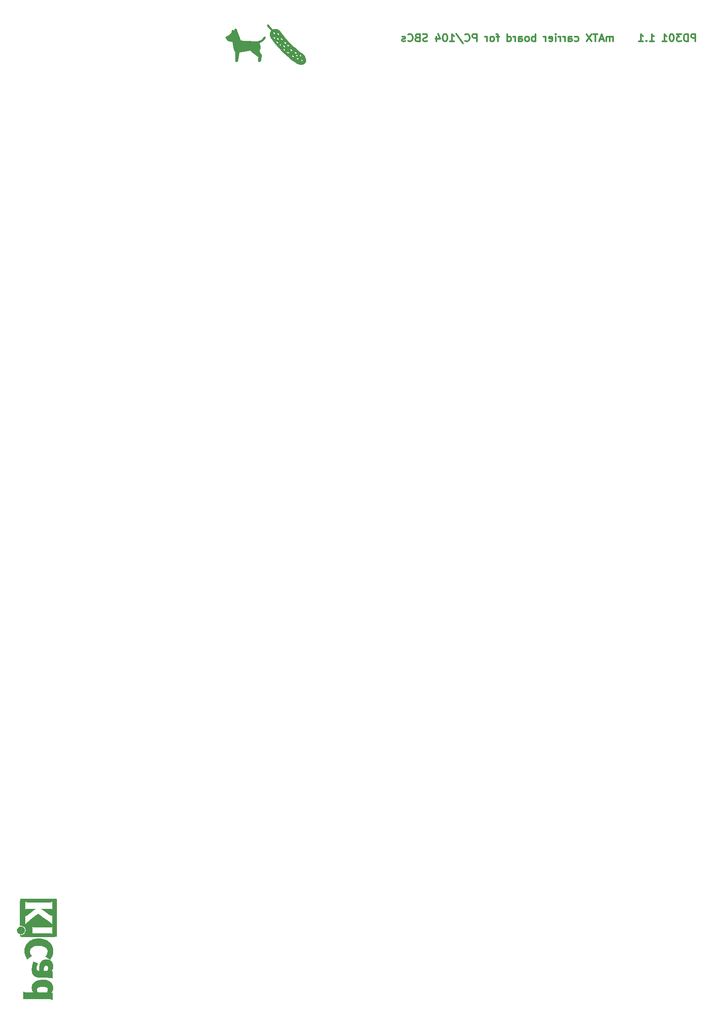
<source format=gbr>
%TF.GenerationSoftware,KiCad,Pcbnew,(5.1.10)-1*%
%TF.CreationDate,2021-11-29T02:04:30-08:00*%
%TF.ProjectId,matx-pc104,6d617478-2d70-4633-9130-342e6b696361,rev?*%
%TF.SameCoordinates,PX18392c0PYda028c0*%
%TF.FileFunction,Legend,Bot*%
%TF.FilePolarity,Positive*%
%FSLAX46Y46*%
G04 Gerber Fmt 4.6, Leading zero omitted, Abs format (unit mm)*
G04 Created by KiCad (PCBNEW (5.1.10)-1) date 2021-11-29 02:04:30*
%MOMM*%
%LPD*%
G01*
G04 APERTURE LIST*
%ADD10C,0.300000*%
%ADD11C,0.010000*%
G04 APERTURE END LIST*
D10*
X132298571Y205061429D02*
X132298571Y206561429D01*
X131727142Y206561429D01*
X131584285Y206490000D01*
X131512857Y206418572D01*
X131441428Y206275715D01*
X131441428Y206061429D01*
X131512857Y205918572D01*
X131584285Y205847143D01*
X131727142Y205775715D01*
X132298571Y205775715D01*
X130798571Y205061429D02*
X130798571Y206561429D01*
X130441428Y206561429D01*
X130227142Y206490000D01*
X130084285Y206347143D01*
X130012857Y206204286D01*
X129941428Y205918572D01*
X129941428Y205704286D01*
X130012857Y205418572D01*
X130084285Y205275715D01*
X130227142Y205132858D01*
X130441428Y205061429D01*
X130798571Y205061429D01*
X129441428Y206561429D02*
X128512857Y206561429D01*
X129012857Y205990000D01*
X128798571Y205990000D01*
X128655714Y205918572D01*
X128584285Y205847143D01*
X128512857Y205704286D01*
X128512857Y205347143D01*
X128584285Y205204286D01*
X128655714Y205132858D01*
X128798571Y205061429D01*
X129227142Y205061429D01*
X129370000Y205132858D01*
X129441428Y205204286D01*
X127584285Y206561429D02*
X127441428Y206561429D01*
X127298571Y206490000D01*
X127227142Y206418572D01*
X127155714Y206275715D01*
X127084285Y205990000D01*
X127084285Y205632858D01*
X127155714Y205347143D01*
X127227142Y205204286D01*
X127298571Y205132858D01*
X127441428Y205061429D01*
X127584285Y205061429D01*
X127727142Y205132858D01*
X127798571Y205204286D01*
X127870000Y205347143D01*
X127941428Y205632858D01*
X127941428Y205990000D01*
X127870000Y206275715D01*
X127798571Y206418572D01*
X127727142Y206490000D01*
X127584285Y206561429D01*
X125655714Y205061429D02*
X126512857Y205061429D01*
X126084285Y205061429D02*
X126084285Y206561429D01*
X126227142Y206347143D01*
X126370000Y206204286D01*
X126512857Y206132858D01*
X123084285Y205061429D02*
X123941428Y205061429D01*
X123512857Y205061429D02*
X123512857Y206561429D01*
X123655714Y206347143D01*
X123798571Y206204286D01*
X123941428Y206132858D01*
X122441428Y205204286D02*
X122370000Y205132858D01*
X122441428Y205061429D01*
X122512857Y205132858D01*
X122441428Y205204286D01*
X122441428Y205061429D01*
X120941428Y205061429D02*
X121798571Y205061429D01*
X121370000Y205061429D02*
X121370000Y206561429D01*
X121512857Y206347143D01*
X121655714Y206204286D01*
X121798571Y206132858D01*
X115727142Y205061429D02*
X115727142Y206061429D01*
X115727142Y205918572D02*
X115655714Y205990000D01*
X115512857Y206061429D01*
X115298571Y206061429D01*
X115155714Y205990000D01*
X115084285Y205847143D01*
X115084285Y205061429D01*
X115084285Y205847143D02*
X115012857Y205990000D01*
X114870000Y206061429D01*
X114655714Y206061429D01*
X114512857Y205990000D01*
X114441428Y205847143D01*
X114441428Y205061429D01*
X113798571Y205490000D02*
X113084285Y205490000D01*
X113941428Y205061429D02*
X113441428Y206561429D01*
X112941428Y205061429D01*
X112655714Y206561429D02*
X111798571Y206561429D01*
X112227142Y205061429D02*
X112227142Y206561429D01*
X111441428Y206561429D02*
X110441428Y205061429D01*
X110441428Y206561429D02*
X111441428Y205061429D01*
X108084285Y205132858D02*
X108227142Y205061429D01*
X108512857Y205061429D01*
X108655714Y205132858D01*
X108727142Y205204286D01*
X108798571Y205347143D01*
X108798571Y205775715D01*
X108727142Y205918572D01*
X108655714Y205990000D01*
X108512857Y206061429D01*
X108227142Y206061429D01*
X108084285Y205990000D01*
X106798571Y205061429D02*
X106798571Y205847143D01*
X106870000Y205990000D01*
X107012857Y206061429D01*
X107298571Y206061429D01*
X107441428Y205990000D01*
X106798571Y205132858D02*
X106941428Y205061429D01*
X107298571Y205061429D01*
X107441428Y205132858D01*
X107512857Y205275715D01*
X107512857Y205418572D01*
X107441428Y205561429D01*
X107298571Y205632858D01*
X106941428Y205632858D01*
X106798571Y205704286D01*
X106084285Y205061429D02*
X106084285Y206061429D01*
X106084285Y205775715D02*
X106012857Y205918572D01*
X105941428Y205990000D01*
X105798571Y206061429D01*
X105655714Y206061429D01*
X105155714Y205061429D02*
X105155714Y206061429D01*
X105155714Y205775715D02*
X105084285Y205918572D01*
X105012857Y205990000D01*
X104870000Y206061429D01*
X104727142Y206061429D01*
X104227142Y205061429D02*
X104227142Y206061429D01*
X104227142Y206561429D02*
X104298571Y206490000D01*
X104227142Y206418572D01*
X104155714Y206490000D01*
X104227142Y206561429D01*
X104227142Y206418572D01*
X102941428Y205132858D02*
X103084285Y205061429D01*
X103370000Y205061429D01*
X103512857Y205132858D01*
X103584285Y205275715D01*
X103584285Y205847143D01*
X103512857Y205990000D01*
X103370000Y206061429D01*
X103084285Y206061429D01*
X102941428Y205990000D01*
X102870000Y205847143D01*
X102870000Y205704286D01*
X103584285Y205561429D01*
X102227142Y205061429D02*
X102227142Y206061429D01*
X102227142Y205775715D02*
X102155714Y205918572D01*
X102084285Y205990000D01*
X101941428Y206061429D01*
X101798571Y206061429D01*
X100155714Y205061429D02*
X100155714Y206561429D01*
X100155714Y205990000D02*
X100012857Y206061429D01*
X99727142Y206061429D01*
X99584285Y205990000D01*
X99512857Y205918572D01*
X99441428Y205775715D01*
X99441428Y205347143D01*
X99512857Y205204286D01*
X99584285Y205132858D01*
X99727142Y205061429D01*
X100012857Y205061429D01*
X100155714Y205132858D01*
X98584285Y205061429D02*
X98727142Y205132858D01*
X98798571Y205204286D01*
X98870000Y205347143D01*
X98870000Y205775715D01*
X98798571Y205918572D01*
X98727142Y205990000D01*
X98584285Y206061429D01*
X98370000Y206061429D01*
X98227142Y205990000D01*
X98155714Y205918572D01*
X98084285Y205775715D01*
X98084285Y205347143D01*
X98155714Y205204286D01*
X98227142Y205132858D01*
X98370000Y205061429D01*
X98584285Y205061429D01*
X96798571Y205061429D02*
X96798571Y205847143D01*
X96870000Y205990000D01*
X97012857Y206061429D01*
X97298571Y206061429D01*
X97441428Y205990000D01*
X96798571Y205132858D02*
X96941428Y205061429D01*
X97298571Y205061429D01*
X97441428Y205132858D01*
X97512857Y205275715D01*
X97512857Y205418572D01*
X97441428Y205561429D01*
X97298571Y205632858D01*
X96941428Y205632858D01*
X96798571Y205704286D01*
X96084285Y205061429D02*
X96084285Y206061429D01*
X96084285Y205775715D02*
X96012857Y205918572D01*
X95941428Y205990000D01*
X95798571Y206061429D01*
X95655714Y206061429D01*
X94512857Y205061429D02*
X94512857Y206561429D01*
X94512857Y205132858D02*
X94655714Y205061429D01*
X94941428Y205061429D01*
X95084285Y205132858D01*
X95155714Y205204286D01*
X95227142Y205347143D01*
X95227142Y205775715D01*
X95155714Y205918572D01*
X95084285Y205990000D01*
X94941428Y206061429D01*
X94655714Y206061429D01*
X94512857Y205990000D01*
X92870000Y206061429D02*
X92298571Y206061429D01*
X92655714Y205061429D02*
X92655714Y206347143D01*
X92584285Y206490000D01*
X92441428Y206561429D01*
X92298571Y206561429D01*
X91584285Y205061429D02*
X91727142Y205132858D01*
X91798571Y205204286D01*
X91870000Y205347143D01*
X91870000Y205775715D01*
X91798571Y205918572D01*
X91727142Y205990000D01*
X91584285Y206061429D01*
X91370000Y206061429D01*
X91227142Y205990000D01*
X91155714Y205918572D01*
X91084285Y205775715D01*
X91084285Y205347143D01*
X91155714Y205204286D01*
X91227142Y205132858D01*
X91370000Y205061429D01*
X91584285Y205061429D01*
X90441428Y205061429D02*
X90441428Y206061429D01*
X90441428Y205775715D02*
X90370000Y205918572D01*
X90298571Y205990000D01*
X90155714Y206061429D01*
X90012857Y206061429D01*
X88370000Y205061429D02*
X88370000Y206561429D01*
X87798571Y206561429D01*
X87655714Y206490000D01*
X87584285Y206418572D01*
X87512857Y206275715D01*
X87512857Y206061429D01*
X87584285Y205918572D01*
X87655714Y205847143D01*
X87798571Y205775715D01*
X88370000Y205775715D01*
X86012857Y205204286D02*
X86084285Y205132858D01*
X86298571Y205061429D01*
X86441428Y205061429D01*
X86655714Y205132858D01*
X86798571Y205275715D01*
X86870000Y205418572D01*
X86941428Y205704286D01*
X86941428Y205918572D01*
X86870000Y206204286D01*
X86798571Y206347143D01*
X86655714Y206490000D01*
X86441428Y206561429D01*
X86298571Y206561429D01*
X86084285Y206490000D01*
X86012857Y206418572D01*
X84298571Y206632858D02*
X85584285Y204704286D01*
X83012857Y205061429D02*
X83870000Y205061429D01*
X83441428Y205061429D02*
X83441428Y206561429D01*
X83584285Y206347143D01*
X83727142Y206204286D01*
X83870000Y206132858D01*
X82084285Y206561429D02*
X81941428Y206561429D01*
X81798571Y206490000D01*
X81727142Y206418572D01*
X81655714Y206275715D01*
X81584285Y205990000D01*
X81584285Y205632858D01*
X81655714Y205347143D01*
X81727142Y205204286D01*
X81798571Y205132858D01*
X81941428Y205061429D01*
X82084285Y205061429D01*
X82227142Y205132858D01*
X82298571Y205204286D01*
X82370000Y205347143D01*
X82441428Y205632858D01*
X82441428Y205990000D01*
X82370000Y206275715D01*
X82298571Y206418572D01*
X82227142Y206490000D01*
X82084285Y206561429D01*
X80298571Y206061429D02*
X80298571Y205061429D01*
X80655714Y206632858D02*
X81012857Y205561429D01*
X80084285Y205561429D01*
X78441428Y205132858D02*
X78227142Y205061429D01*
X77870000Y205061429D01*
X77727142Y205132858D01*
X77655714Y205204286D01*
X77584285Y205347143D01*
X77584285Y205490000D01*
X77655714Y205632858D01*
X77727142Y205704286D01*
X77870000Y205775715D01*
X78155714Y205847143D01*
X78298571Y205918572D01*
X78370000Y205990000D01*
X78441428Y206132858D01*
X78441428Y206275715D01*
X78370000Y206418572D01*
X78298571Y206490000D01*
X78155714Y206561429D01*
X77798571Y206561429D01*
X77584285Y206490000D01*
X76441428Y205847143D02*
X76227142Y205775715D01*
X76155714Y205704286D01*
X76084285Y205561429D01*
X76084285Y205347143D01*
X76155714Y205204286D01*
X76227142Y205132858D01*
X76370000Y205061429D01*
X76941428Y205061429D01*
X76941428Y206561429D01*
X76441428Y206561429D01*
X76298571Y206490000D01*
X76227142Y206418572D01*
X76155714Y206275715D01*
X76155714Y206132858D01*
X76227142Y205990000D01*
X76298571Y205918572D01*
X76441428Y205847143D01*
X76941428Y205847143D01*
X74584285Y205204286D02*
X74655714Y205132858D01*
X74870000Y205061429D01*
X75012857Y205061429D01*
X75227142Y205132858D01*
X75370000Y205275715D01*
X75441428Y205418572D01*
X75512857Y205704286D01*
X75512857Y205918572D01*
X75441428Y206204286D01*
X75370000Y206347143D01*
X75227142Y206490000D01*
X75012857Y206561429D01*
X74870000Y206561429D01*
X74655714Y206490000D01*
X74584285Y206418572D01*
X74012857Y205132858D02*
X73870000Y205061429D01*
X73584285Y205061429D01*
X73441428Y205132858D01*
X73370000Y205275715D01*
X73370000Y205347143D01*
X73441428Y205490000D01*
X73584285Y205561429D01*
X73798571Y205561429D01*
X73941428Y205632858D01*
X74012857Y205775715D01*
X74012857Y205847143D01*
X73941428Y205990000D01*
X73798571Y206061429D01*
X73584285Y206061429D01*
X73441428Y205990000D01*
D11*
%TO.C,REF\u002A\u002A*%
G36*
X-3338340Y30730089D02*
G01*
X-3338293Y30380540D01*
X-3338286Y30217830D01*
X-3338285Y27613429D01*
X-3184762Y27613429D01*
X-2997937Y27597043D01*
X-2825633Y27547588D01*
X-2666825Y27464620D01*
X-2520490Y27347695D01*
X-2480968Y27308136D01*
X-2368862Y27165830D01*
X-2287101Y27008922D01*
X-2235647Y26842072D01*
X-2214463Y26669939D01*
X-2223513Y26497185D01*
X-2262758Y26328470D01*
X-2332162Y26168454D01*
X-2431689Y26021798D01*
X-2491735Y25955932D01*
X-2638957Y25833192D01*
X-2800853Y25743188D01*
X-2975573Y25686706D01*
X-3161265Y25664529D01*
X-3179533Y25664234D01*
X-3338280Y25663072D01*
X-3338283Y25593300D01*
X-3329882Y25531405D01*
X-3309444Y25474865D01*
X-3307333Y25471128D01*
X-3300707Y25458358D01*
X-3295546Y25446632D01*
X-3290349Y25435906D01*
X-3283610Y25426139D01*
X-3273829Y25417288D01*
X-3259500Y25409311D01*
X-3239122Y25402165D01*
X-3211192Y25395808D01*
X-3174205Y25390198D01*
X-3126660Y25385293D01*
X-3067053Y25381049D01*
X-2993881Y25377424D01*
X-2905641Y25374377D01*
X-2800830Y25371864D01*
X-2677945Y25369844D01*
X-2535483Y25368274D01*
X-2371940Y25367112D01*
X-2185814Y25366314D01*
X-1975602Y25365840D01*
X-1739800Y25365646D01*
X-1476906Y25365690D01*
X-1185416Y25365930D01*
X-863828Y25366323D01*
X-510638Y25366827D01*
X-124343Y25367400D01*
X296560Y25367999D01*
X347840Y25368068D01*
X771426Y25368605D01*
X1160230Y25369061D01*
X1515753Y25369484D01*
X1839498Y25369921D01*
X2132966Y25370422D01*
X2397661Y25371035D01*
X2635085Y25371808D01*
X2846740Y25372789D01*
X3034129Y25374026D01*
X3198754Y25375568D01*
X3342117Y25377463D01*
X3465720Y25379759D01*
X3571067Y25382504D01*
X3659659Y25385747D01*
X3733000Y25389536D01*
X3792590Y25393919D01*
X3839933Y25398945D01*
X3876531Y25404661D01*
X3903886Y25411116D01*
X3923502Y25418359D01*
X3936879Y25426437D01*
X3945521Y25435398D01*
X3950930Y25445292D01*
X3954608Y25456165D01*
X3958058Y25468067D01*
X3962782Y25481046D01*
X3964220Y25484217D01*
X3967451Y25494181D01*
X3970420Y25510859D01*
X3973137Y25535707D01*
X3975613Y25570180D01*
X3977858Y25615736D01*
X3979883Y25673830D01*
X3981698Y25745919D01*
X3983315Y25833458D01*
X3984743Y25937905D01*
X3985993Y26060715D01*
X3987076Y26203345D01*
X3988002Y26367251D01*
X3988782Y26553890D01*
X3989426Y26764716D01*
X3989946Y27001188D01*
X3990351Y27264761D01*
X3990652Y27556890D01*
X3990860Y27879034D01*
X3990985Y28232647D01*
X3991038Y28619186D01*
X3991029Y29040108D01*
X3991016Y29176456D01*
X3990947Y29606716D01*
X3990834Y30002164D01*
X3990665Y30364273D01*
X3990430Y30694517D01*
X3990116Y30994371D01*
X3989713Y31265308D01*
X3989207Y31508800D01*
X3988589Y31726323D01*
X3987846Y31919350D01*
X3986968Y32089354D01*
X3985941Y32237810D01*
X3984756Y32366190D01*
X3983400Y32475969D01*
X3981862Y32568620D01*
X3980130Y32645617D01*
X3978194Y32708434D01*
X3976040Y32758544D01*
X3973659Y32797421D01*
X3971037Y32826538D01*
X3968165Y32847371D01*
X3965030Y32861391D01*
X3962159Y32869034D01*
X3956430Y32882618D01*
X3952206Y32895090D01*
X3947985Y32906498D01*
X3942268Y32916889D01*
X3933555Y32926309D01*
X3920345Y32934808D01*
X3901137Y32942430D01*
X3874433Y32949225D01*
X3838730Y32955238D01*
X3792530Y32960517D01*
X3734332Y32965110D01*
X3662635Y32969064D01*
X3575940Y32972425D01*
X3472746Y32975241D01*
X3351553Y32977560D01*
X3210860Y32979428D01*
X3156857Y32979916D01*
X3156857Y32495704D01*
X3156857Y30784256D01*
X3106964Y30817187D01*
X3055693Y30849947D01*
X3006869Y30877689D01*
X2957076Y30900807D01*
X2902898Y30919697D01*
X2840916Y30934751D01*
X2767715Y30946367D01*
X2679878Y30954936D01*
X2573988Y30960856D01*
X2446628Y30964519D01*
X2294381Y30966321D01*
X2113832Y30966656D01*
X1901562Y30965919D01*
X1822755Y30965501D01*
X977911Y30960786D01*
X1706557Y30425572D01*
X1913265Y30273946D01*
X2093260Y30142581D01*
X2248925Y30030057D01*
X2382647Y29934957D01*
X2496809Y29855862D01*
X2593797Y29791353D01*
X2675994Y29740012D01*
X2745786Y29700420D01*
X2805558Y29671160D01*
X2857693Y29650812D01*
X2904576Y29637958D01*
X2948593Y29631181D01*
X2992127Y29629060D01*
X3037564Y29630179D01*
X3043275Y29630464D01*
X3156933Y29636357D01*
X3156857Y27760771D01*
X3016189Y27900278D01*
X2977715Y27938135D01*
X2940279Y27974047D01*
X2901814Y28009593D01*
X2860258Y28046347D01*
X2813545Y28085886D01*
X2759610Y28129786D01*
X2696390Y28179623D01*
X2621818Y28236972D01*
X2533832Y28303411D01*
X2430365Y28380515D01*
X2309354Y28469861D01*
X2168734Y28573024D01*
X2006440Y28691580D01*
X1820407Y28827105D01*
X1608571Y28981177D01*
X1434804Y29107462D01*
X1216501Y29265954D01*
X1025629Y29404216D01*
X860374Y29523499D01*
X718926Y29625057D01*
X599471Y29710141D01*
X500198Y29780005D01*
X419295Y29835900D01*
X354949Y29879080D01*
X305347Y29910797D01*
X268679Y29932302D01*
X243132Y29944850D01*
X226893Y29949692D01*
X218355Y29948237D01*
X195635Y29930599D01*
X147543Y29892466D01*
X76938Y29836138D01*
X-13322Y29763916D01*
X-120379Y29678101D01*
X-241373Y29580994D01*
X-373446Y29474896D01*
X-513740Y29362109D01*
X-659397Y29244932D01*
X-807556Y29125667D01*
X-889000Y29060067D01*
X-889000Y27431314D01*
X-766535Y27363621D01*
X-644071Y27295929D01*
X2911929Y27295929D01*
X3034393Y27363621D01*
X3156857Y27431314D01*
X3156857Y26630559D01*
X3156802Y26439398D01*
X3156551Y26281501D01*
X3155979Y26153848D01*
X3154959Y26053419D01*
X3153365Y25977193D01*
X3151070Y25922148D01*
X3147950Y25885264D01*
X3143877Y25863521D01*
X3138725Y25853898D01*
X3132367Y25853373D01*
X3124679Y25858926D01*
X3124615Y25858984D01*
X3091524Y25881860D01*
X3037719Y25912151D01*
X2984008Y25938903D01*
X2875643Y25989643D01*
X993322Y25994818D01*
X-889000Y25999993D01*
X-889000Y27431314D01*
X-889000Y29060067D01*
X-955361Y29006615D01*
X-1099953Y28890077D01*
X-1238472Y28778354D01*
X-1368061Y28673746D01*
X-1485860Y28578556D01*
X-1589012Y28495083D01*
X-1674657Y28425629D01*
X-1739938Y28372494D01*
X-1778000Y28341285D01*
X-1920330Y28220097D01*
X-2048770Y28103507D01*
X-2159114Y27995603D01*
X-2247159Y27900470D01*
X-2301138Y27832957D01*
X-2358571Y27753127D01*
X-2358571Y29589108D01*
X-2250835Y29588592D01*
X-2171628Y29593724D01*
X-2098195Y29613015D01*
X-2028585Y29642877D01*
X-1989259Y29662288D01*
X-1950293Y29683159D01*
X-1909099Y29707396D01*
X-1863092Y29736906D01*
X-1809683Y29773594D01*
X-1746286Y29819368D01*
X-1670315Y29876135D01*
X-1579183Y29945800D01*
X-1470302Y30030270D01*
X-1341086Y30131453D01*
X-1188948Y30251253D01*
X-1011302Y30391579D01*
X-991258Y30407429D01*
X-291492Y30960786D01*
X-1066496Y30966143D01*
X-1298632Y30967221D01*
X-1495154Y30966992D01*
X-1656708Y30965443D01*
X-1783944Y30962563D01*
X-1877508Y30958341D01*
X-1938048Y30952766D01*
X-1949532Y30950893D01*
X-2070501Y30921495D01*
X-2179554Y30882978D01*
X-2267237Y30839026D01*
X-2304426Y30812621D01*
X-2358571Y30767060D01*
X-2358571Y31631530D01*
X-2358395Y31837745D01*
X-2357821Y32010188D01*
X-2356783Y32151373D01*
X-2355213Y32263812D01*
X-2353046Y32350017D01*
X-2350212Y32412502D01*
X-2346647Y32453779D01*
X-2342282Y32476360D01*
X-2337051Y32482759D01*
X-2335893Y32482317D01*
X-2308231Y32463991D01*
X-2264385Y32433396D01*
X-2242209Y32417567D01*
X-2220080Y32401202D01*
X-2200291Y32386492D01*
X-2180894Y32373344D01*
X-2159942Y32361667D01*
X-2135488Y32351368D01*
X-2105584Y32342354D01*
X-2068283Y32334532D01*
X-2021637Y32327809D01*
X-1963699Y32322094D01*
X-1892521Y32317293D01*
X-1806156Y32313315D01*
X-1702656Y32310065D01*
X-1580075Y32307452D01*
X-1436463Y32305383D01*
X-1269875Y32303766D01*
X-1078363Y32302507D01*
X-859978Y32301515D01*
X-612774Y32300696D01*
X-334804Y32299958D01*
X-24119Y32299209D01*
X261300Y32298508D01*
X579492Y32297847D01*
X883077Y32297503D01*
X1170115Y32297468D01*
X1438669Y32297732D01*
X1686798Y32298285D01*
X1912563Y32299120D01*
X2114026Y32300227D01*
X2289246Y32301596D01*
X2436286Y32303219D01*
X2553206Y32305087D01*
X2638067Y32307189D01*
X2688929Y32309518D01*
X2694304Y32309959D01*
X2817613Y32326008D01*
X2916644Y32351064D01*
X3003070Y32389221D01*
X3088565Y32444572D01*
X3097893Y32451496D01*
X3156857Y32495704D01*
X3156857Y32979916D01*
X3049168Y32980892D01*
X2864976Y32982001D01*
X2656784Y32982801D01*
X2423091Y32983339D01*
X2162398Y32983662D01*
X1873204Y32983817D01*
X1554009Y32983854D01*
X1203313Y32983817D01*
X819614Y32983755D01*
X401414Y32983715D01*
X318393Y32983714D01*
X-104211Y32983691D01*
X-492019Y32983612D01*
X-846520Y32983467D01*
X-1169203Y32983244D01*
X-1461558Y32982931D01*
X-1725073Y32982517D01*
X-1961238Y32981991D01*
X-2171542Y32981340D01*
X-2357474Y32980553D01*
X-2520525Y32979619D01*
X-2662182Y32978526D01*
X-2783936Y32977263D01*
X-2887275Y32975817D01*
X-2973689Y32974179D01*
X-3044667Y32972334D01*
X-3101699Y32970274D01*
X-3146273Y32967985D01*
X-3179879Y32965456D01*
X-3204007Y32962676D01*
X-3220144Y32959633D01*
X-3229782Y32956316D01*
X-3230022Y32956193D01*
X-3244745Y32949360D01*
X-3258074Y32943670D01*
X-3270078Y32937374D01*
X-3280827Y32928728D01*
X-3290389Y32915986D01*
X-3298833Y32897400D01*
X-3306229Y32871226D01*
X-3312646Y32835716D01*
X-3318152Y32789125D01*
X-3322817Y32729707D01*
X-3326709Y32655715D01*
X-3329898Y32565403D01*
X-3332453Y32457025D01*
X-3334442Y32328835D01*
X-3335935Y32179087D01*
X-3337002Y32006034D01*
X-3337709Y31807931D01*
X-3338128Y31583031D01*
X-3338327Y31329588D01*
X-3338374Y31045856D01*
X-3338340Y30730089D01*
G37*
X-3338340Y30730089D02*
X-3338293Y30380540D01*
X-3338286Y30217830D01*
X-3338285Y27613429D01*
X-3184762Y27613429D01*
X-2997937Y27597043D01*
X-2825633Y27547588D01*
X-2666825Y27464620D01*
X-2520490Y27347695D01*
X-2480968Y27308136D01*
X-2368862Y27165830D01*
X-2287101Y27008922D01*
X-2235647Y26842072D01*
X-2214463Y26669939D01*
X-2223513Y26497185D01*
X-2262758Y26328470D01*
X-2332162Y26168454D01*
X-2431689Y26021798D01*
X-2491735Y25955932D01*
X-2638957Y25833192D01*
X-2800853Y25743188D01*
X-2975573Y25686706D01*
X-3161265Y25664529D01*
X-3179533Y25664234D01*
X-3338280Y25663072D01*
X-3338283Y25593300D01*
X-3329882Y25531405D01*
X-3309444Y25474865D01*
X-3307333Y25471128D01*
X-3300707Y25458358D01*
X-3295546Y25446632D01*
X-3290349Y25435906D01*
X-3283610Y25426139D01*
X-3273829Y25417288D01*
X-3259500Y25409311D01*
X-3239122Y25402165D01*
X-3211192Y25395808D01*
X-3174205Y25390198D01*
X-3126660Y25385293D01*
X-3067053Y25381049D01*
X-2993881Y25377424D01*
X-2905641Y25374377D01*
X-2800830Y25371864D01*
X-2677945Y25369844D01*
X-2535483Y25368274D01*
X-2371940Y25367112D01*
X-2185814Y25366314D01*
X-1975602Y25365840D01*
X-1739800Y25365646D01*
X-1476906Y25365690D01*
X-1185416Y25365930D01*
X-863828Y25366323D01*
X-510638Y25366827D01*
X-124343Y25367400D01*
X296560Y25367999D01*
X347840Y25368068D01*
X771426Y25368605D01*
X1160230Y25369061D01*
X1515753Y25369484D01*
X1839498Y25369921D01*
X2132966Y25370422D01*
X2397661Y25371035D01*
X2635085Y25371808D01*
X2846740Y25372789D01*
X3034129Y25374026D01*
X3198754Y25375568D01*
X3342117Y25377463D01*
X3465720Y25379759D01*
X3571067Y25382504D01*
X3659659Y25385747D01*
X3733000Y25389536D01*
X3792590Y25393919D01*
X3839933Y25398945D01*
X3876531Y25404661D01*
X3903886Y25411116D01*
X3923502Y25418359D01*
X3936879Y25426437D01*
X3945521Y25435398D01*
X3950930Y25445292D01*
X3954608Y25456165D01*
X3958058Y25468067D01*
X3962782Y25481046D01*
X3964220Y25484217D01*
X3967451Y25494181D01*
X3970420Y25510859D01*
X3973137Y25535707D01*
X3975613Y25570180D01*
X3977858Y25615736D01*
X3979883Y25673830D01*
X3981698Y25745919D01*
X3983315Y25833458D01*
X3984743Y25937905D01*
X3985993Y26060715D01*
X3987076Y26203345D01*
X3988002Y26367251D01*
X3988782Y26553890D01*
X3989426Y26764716D01*
X3989946Y27001188D01*
X3990351Y27264761D01*
X3990652Y27556890D01*
X3990860Y27879034D01*
X3990985Y28232647D01*
X3991038Y28619186D01*
X3991029Y29040108D01*
X3991016Y29176456D01*
X3990947Y29606716D01*
X3990834Y30002164D01*
X3990665Y30364273D01*
X3990430Y30694517D01*
X3990116Y30994371D01*
X3989713Y31265308D01*
X3989207Y31508800D01*
X3988589Y31726323D01*
X3987846Y31919350D01*
X3986968Y32089354D01*
X3985941Y32237810D01*
X3984756Y32366190D01*
X3983400Y32475969D01*
X3981862Y32568620D01*
X3980130Y32645617D01*
X3978194Y32708434D01*
X3976040Y32758544D01*
X3973659Y32797421D01*
X3971037Y32826538D01*
X3968165Y32847371D01*
X3965030Y32861391D01*
X3962159Y32869034D01*
X3956430Y32882618D01*
X3952206Y32895090D01*
X3947985Y32906498D01*
X3942268Y32916889D01*
X3933555Y32926309D01*
X3920345Y32934808D01*
X3901137Y32942430D01*
X3874433Y32949225D01*
X3838730Y32955238D01*
X3792530Y32960517D01*
X3734332Y32965110D01*
X3662635Y32969064D01*
X3575940Y32972425D01*
X3472746Y32975241D01*
X3351553Y32977560D01*
X3210860Y32979428D01*
X3156857Y32979916D01*
X3156857Y32495704D01*
X3156857Y30784256D01*
X3106964Y30817187D01*
X3055693Y30849947D01*
X3006869Y30877689D01*
X2957076Y30900807D01*
X2902898Y30919697D01*
X2840916Y30934751D01*
X2767715Y30946367D01*
X2679878Y30954936D01*
X2573988Y30960856D01*
X2446628Y30964519D01*
X2294381Y30966321D01*
X2113832Y30966656D01*
X1901562Y30965919D01*
X1822755Y30965501D01*
X977911Y30960786D01*
X1706557Y30425572D01*
X1913265Y30273946D01*
X2093260Y30142581D01*
X2248925Y30030057D01*
X2382647Y29934957D01*
X2496809Y29855862D01*
X2593797Y29791353D01*
X2675994Y29740012D01*
X2745786Y29700420D01*
X2805558Y29671160D01*
X2857693Y29650812D01*
X2904576Y29637958D01*
X2948593Y29631181D01*
X2992127Y29629060D01*
X3037564Y29630179D01*
X3043275Y29630464D01*
X3156933Y29636357D01*
X3156857Y27760771D01*
X3016189Y27900278D01*
X2977715Y27938135D01*
X2940279Y27974047D01*
X2901814Y28009593D01*
X2860258Y28046347D01*
X2813545Y28085886D01*
X2759610Y28129786D01*
X2696390Y28179623D01*
X2621818Y28236972D01*
X2533832Y28303411D01*
X2430365Y28380515D01*
X2309354Y28469861D01*
X2168734Y28573024D01*
X2006440Y28691580D01*
X1820407Y28827105D01*
X1608571Y28981177D01*
X1434804Y29107462D01*
X1216501Y29265954D01*
X1025629Y29404216D01*
X860374Y29523499D01*
X718926Y29625057D01*
X599471Y29710141D01*
X500198Y29780005D01*
X419295Y29835900D01*
X354949Y29879080D01*
X305347Y29910797D01*
X268679Y29932302D01*
X243132Y29944850D01*
X226893Y29949692D01*
X218355Y29948237D01*
X195635Y29930599D01*
X147543Y29892466D01*
X76938Y29836138D01*
X-13322Y29763916D01*
X-120379Y29678101D01*
X-241373Y29580994D01*
X-373446Y29474896D01*
X-513740Y29362109D01*
X-659397Y29244932D01*
X-807556Y29125667D01*
X-889000Y29060067D01*
X-889000Y27431314D01*
X-766535Y27363621D01*
X-644071Y27295929D01*
X2911929Y27295929D01*
X3034393Y27363621D01*
X3156857Y27431314D01*
X3156857Y26630559D01*
X3156802Y26439398D01*
X3156551Y26281501D01*
X3155979Y26153848D01*
X3154959Y26053419D01*
X3153365Y25977193D01*
X3151070Y25922148D01*
X3147950Y25885264D01*
X3143877Y25863521D01*
X3138725Y25853898D01*
X3132367Y25853373D01*
X3124679Y25858926D01*
X3124615Y25858984D01*
X3091524Y25881860D01*
X3037719Y25912151D01*
X2984008Y25938903D01*
X2875643Y25989643D01*
X993322Y25994818D01*
X-889000Y25999993D01*
X-889000Y27431314D01*
X-889000Y29060067D01*
X-955361Y29006615D01*
X-1099953Y28890077D01*
X-1238472Y28778354D01*
X-1368061Y28673746D01*
X-1485860Y28578556D01*
X-1589012Y28495083D01*
X-1674657Y28425629D01*
X-1739938Y28372494D01*
X-1778000Y28341285D01*
X-1920330Y28220097D01*
X-2048770Y28103507D01*
X-2159114Y27995603D01*
X-2247159Y27900470D01*
X-2301138Y27832957D01*
X-2358571Y27753127D01*
X-2358571Y29589108D01*
X-2250835Y29588592D01*
X-2171628Y29593724D01*
X-2098195Y29613015D01*
X-2028585Y29642877D01*
X-1989259Y29662288D01*
X-1950293Y29683159D01*
X-1909099Y29707396D01*
X-1863092Y29736906D01*
X-1809683Y29773594D01*
X-1746286Y29819368D01*
X-1670315Y29876135D01*
X-1579183Y29945800D01*
X-1470302Y30030270D01*
X-1341086Y30131453D01*
X-1188948Y30251253D01*
X-1011302Y30391579D01*
X-991258Y30407429D01*
X-291492Y30960786D01*
X-1066496Y30966143D01*
X-1298632Y30967221D01*
X-1495154Y30966992D01*
X-1656708Y30965443D01*
X-1783944Y30962563D01*
X-1877508Y30958341D01*
X-1938048Y30952766D01*
X-1949532Y30950893D01*
X-2070501Y30921495D01*
X-2179554Y30882978D01*
X-2267237Y30839026D01*
X-2304426Y30812621D01*
X-2358571Y30767060D01*
X-2358571Y31631530D01*
X-2358395Y31837745D01*
X-2357821Y32010188D01*
X-2356783Y32151373D01*
X-2355213Y32263812D01*
X-2353046Y32350017D01*
X-2350212Y32412502D01*
X-2346647Y32453779D01*
X-2342282Y32476360D01*
X-2337051Y32482759D01*
X-2335893Y32482317D01*
X-2308231Y32463991D01*
X-2264385Y32433396D01*
X-2242209Y32417567D01*
X-2220080Y32401202D01*
X-2200291Y32386492D01*
X-2180894Y32373344D01*
X-2159942Y32361667D01*
X-2135488Y32351368D01*
X-2105584Y32342354D01*
X-2068283Y32334532D01*
X-2021637Y32327809D01*
X-1963699Y32322094D01*
X-1892521Y32317293D01*
X-1806156Y32313315D01*
X-1702656Y32310065D01*
X-1580075Y32307452D01*
X-1436463Y32305383D01*
X-1269875Y32303766D01*
X-1078363Y32302507D01*
X-859978Y32301515D01*
X-612774Y32300696D01*
X-334804Y32299958D01*
X-24119Y32299209D01*
X261300Y32298508D01*
X579492Y32297847D01*
X883077Y32297503D01*
X1170115Y32297468D01*
X1438669Y32297732D01*
X1686798Y32298285D01*
X1912563Y32299120D01*
X2114026Y32300227D01*
X2289246Y32301596D01*
X2436286Y32303219D01*
X2553206Y32305087D01*
X2638067Y32307189D01*
X2688929Y32309518D01*
X2694304Y32309959D01*
X2817613Y32326008D01*
X2916644Y32351064D01*
X3003070Y32389221D01*
X3088565Y32444572D01*
X3097893Y32451496D01*
X3156857Y32495704D01*
X3156857Y32979916D01*
X3049168Y32980892D01*
X2864976Y32982001D01*
X2656784Y32982801D01*
X2423091Y32983339D01*
X2162398Y32983662D01*
X1873204Y32983817D01*
X1554009Y32983854D01*
X1203313Y32983817D01*
X819614Y32983755D01*
X401414Y32983715D01*
X318393Y32983714D01*
X-104211Y32983691D01*
X-492019Y32983612D01*
X-846520Y32983467D01*
X-1169203Y32983244D01*
X-1461558Y32982931D01*
X-1725073Y32982517D01*
X-1961238Y32981991D01*
X-2171542Y32981340D01*
X-2357474Y32980553D01*
X-2520525Y32979619D01*
X-2662182Y32978526D01*
X-2783936Y32977263D01*
X-2887275Y32975817D01*
X-2973689Y32974179D01*
X-3044667Y32972334D01*
X-3101699Y32970274D01*
X-3146273Y32967985D01*
X-3179879Y32965456D01*
X-3204007Y32962676D01*
X-3220144Y32959633D01*
X-3229782Y32956316D01*
X-3230022Y32956193D01*
X-3244745Y32949360D01*
X-3258074Y32943670D01*
X-3270078Y32937374D01*
X-3280827Y32928728D01*
X-3290389Y32915986D01*
X-3298833Y32897400D01*
X-3306229Y32871226D01*
X-3312646Y32835716D01*
X-3318152Y32789125D01*
X-3322817Y32729707D01*
X-3326709Y32655715D01*
X-3329898Y32565403D01*
X-3332453Y32457025D01*
X-3334442Y32328835D01*
X-3335935Y32179087D01*
X-3337002Y32006034D01*
X-3337709Y31807931D01*
X-3338128Y31583031D01*
X-3338327Y31329588D01*
X-3338374Y31045856D01*
X-3338340Y30730089D01*
G36*
X-2430769Y22278622D02*
G01*
X-2409351Y22082981D01*
X-2371015Y21893438D01*
X-2313762Y21702283D01*
X-2235591Y21501804D01*
X-2134504Y21284292D01*
X-2114924Y21245120D01*
X-2070638Y21155228D01*
X-2030761Y21070447D01*
X-1999102Y20999145D01*
X-1979468Y20949690D01*
X-1976996Y20942092D01*
X-1955183Y20869286D01*
X-1481056Y21195197D01*
X-1365177Y21274877D01*
X-1259306Y21347728D01*
X-1167038Y21411270D01*
X-1091967Y21463028D01*
X-1037687Y21500523D01*
X-1007793Y21521277D01*
X-1003059Y21524649D01*
X-1012958Y21538345D01*
X-1042715Y21572057D01*
X-1086927Y21619756D01*
X-1111916Y21646080D01*
X-1230544Y21795228D01*
X-1320687Y21962732D01*
X-1370064Y22107072D01*
X-1385571Y22193717D01*
X-1395021Y22302204D01*
X-1398239Y22419773D01*
X-1395049Y22533666D01*
X-1385276Y22631121D01*
X-1377791Y22670010D01*
X-1317488Y22845288D01*
X-1225410Y23003235D01*
X-1101727Y23143732D01*
X-946607Y23266665D01*
X-760219Y23371915D01*
X-542730Y23459365D01*
X-294308Y23528900D01*
X-81643Y23570225D01*
X12241Y23581006D01*
X133524Y23588352D01*
X273493Y23592333D01*
X423431Y23593021D01*
X574622Y23590486D01*
X718351Y23584800D01*
X845903Y23576033D01*
X948562Y23564256D01*
X964401Y23561707D01*
X1219536Y23505519D01*
X1445342Y23428964D01*
X1642831Y23331574D01*
X1813014Y23212886D01*
X1905022Y23128637D01*
X2029943Y22977230D01*
X2122540Y22811183D01*
X2182309Y22633299D01*
X2208746Y22446378D01*
X2201348Y22253222D01*
X2159611Y22056631D01*
X2118771Y21940403D01*
X2036990Y21779562D01*
X1919678Y21613787D01*
X1840345Y21520927D01*
X1794429Y21468786D01*
X1760742Y21427820D01*
X1744510Y21404502D01*
X1744015Y21401607D01*
X1760601Y21391200D01*
X1804432Y21364233D01*
X1871748Y21323004D01*
X1958794Y21269811D01*
X2061810Y21206950D01*
X2177041Y21136719D01*
X2241231Y21097628D01*
X2731677Y20799036D01*
X2915915Y21171839D01*
X2982093Y21306631D01*
X3034278Y21415825D01*
X3075060Y21506093D01*
X3107033Y21584112D01*
X3132787Y21656556D01*
X3154914Y21730099D01*
X3176007Y21811416D01*
X3194530Y21889357D01*
X3208863Y21958634D01*
X3219694Y22031083D01*
X3227626Y22113958D01*
X3233258Y22214512D01*
X3237192Y22339997D01*
X3238891Y22424572D01*
X3240050Y22545246D01*
X3239465Y22660958D01*
X3237304Y22764049D01*
X3233732Y22846862D01*
X3228917Y22901740D01*
X3228437Y22904992D01*
X3166786Y23189957D01*
X3073285Y23457558D01*
X2947993Y23707703D01*
X2790974Y23940296D01*
X2602289Y24155243D01*
X2382000Y24352450D01*
X2186214Y24495273D01*
X1929949Y24647320D01*
X1659317Y24770227D01*
X1372149Y24864590D01*
X1066276Y24931001D01*
X739528Y24970056D01*
X407739Y24982360D01*
X86779Y24972241D01*
X-209354Y24940439D01*
X-485655Y24885946D01*
X-747119Y24807750D01*
X-998742Y24704841D01*
X-1024810Y24692553D01*
X-1268493Y24557180D01*
X-1500382Y24390911D01*
X-1715677Y24198459D01*
X-1909578Y23984534D01*
X-2077285Y23753845D01*
X-2200304Y23538891D01*
X-2296655Y23321742D01*
X-2366449Y23104132D01*
X-2411587Y22877638D01*
X-2433969Y22633834D01*
X-2437269Y22488072D01*
X-2430769Y22278622D01*
G37*
X-2430769Y22278622D02*
X-2409351Y22082981D01*
X-2371015Y21893438D01*
X-2313762Y21702283D01*
X-2235591Y21501804D01*
X-2134504Y21284292D01*
X-2114924Y21245120D01*
X-2070638Y21155228D01*
X-2030761Y21070447D01*
X-1999102Y20999145D01*
X-1979468Y20949690D01*
X-1976996Y20942092D01*
X-1955183Y20869286D01*
X-1481056Y21195197D01*
X-1365177Y21274877D01*
X-1259306Y21347728D01*
X-1167038Y21411270D01*
X-1091967Y21463028D01*
X-1037687Y21500523D01*
X-1007793Y21521277D01*
X-1003059Y21524649D01*
X-1012958Y21538345D01*
X-1042715Y21572057D01*
X-1086927Y21619756D01*
X-1111916Y21646080D01*
X-1230544Y21795228D01*
X-1320687Y21962732D01*
X-1370064Y22107072D01*
X-1385571Y22193717D01*
X-1395021Y22302204D01*
X-1398239Y22419773D01*
X-1395049Y22533666D01*
X-1385276Y22631121D01*
X-1377791Y22670010D01*
X-1317488Y22845288D01*
X-1225410Y23003235D01*
X-1101727Y23143732D01*
X-946607Y23266665D01*
X-760219Y23371915D01*
X-542730Y23459365D01*
X-294308Y23528900D01*
X-81643Y23570225D01*
X12241Y23581006D01*
X133524Y23588352D01*
X273493Y23592333D01*
X423431Y23593021D01*
X574622Y23590486D01*
X718351Y23584800D01*
X845903Y23576033D01*
X948562Y23564256D01*
X964401Y23561707D01*
X1219536Y23505519D01*
X1445342Y23428964D01*
X1642831Y23331574D01*
X1813014Y23212886D01*
X1905022Y23128637D01*
X2029943Y22977230D01*
X2122540Y22811183D01*
X2182309Y22633299D01*
X2208746Y22446378D01*
X2201348Y22253222D01*
X2159611Y22056631D01*
X2118771Y21940403D01*
X2036990Y21779562D01*
X1919678Y21613787D01*
X1840345Y21520927D01*
X1794429Y21468786D01*
X1760742Y21427820D01*
X1744510Y21404502D01*
X1744015Y21401607D01*
X1760601Y21391200D01*
X1804432Y21364233D01*
X1871748Y21323004D01*
X1958794Y21269811D01*
X2061810Y21206950D01*
X2177041Y21136719D01*
X2241231Y21097628D01*
X2731677Y20799036D01*
X2915915Y21171839D01*
X2982093Y21306631D01*
X3034278Y21415825D01*
X3075060Y21506093D01*
X3107033Y21584112D01*
X3132787Y21656556D01*
X3154914Y21730099D01*
X3176007Y21811416D01*
X3194530Y21889357D01*
X3208863Y21958634D01*
X3219694Y22031083D01*
X3227626Y22113958D01*
X3233258Y22214512D01*
X3237192Y22339997D01*
X3238891Y22424572D01*
X3240050Y22545246D01*
X3239465Y22660958D01*
X3237304Y22764049D01*
X3233732Y22846862D01*
X3228917Y22901740D01*
X3228437Y22904992D01*
X3166786Y23189957D01*
X3073285Y23457558D01*
X2947993Y23707703D01*
X2790974Y23940296D01*
X2602289Y24155243D01*
X2382000Y24352450D01*
X2186214Y24495273D01*
X1929949Y24647320D01*
X1659317Y24770227D01*
X1372149Y24864590D01*
X1066276Y24931001D01*
X739528Y24970056D01*
X407739Y24982360D01*
X86779Y24972241D01*
X-209354Y24940439D01*
X-485655Y24885946D01*
X-747119Y24807750D01*
X-998742Y24704841D01*
X-1024810Y24692553D01*
X-1268493Y24557180D01*
X-1500382Y24390911D01*
X-1715677Y24198459D01*
X-1909578Y23984534D01*
X-2077285Y23753845D01*
X-2200304Y23538891D01*
X-2296655Y23321742D01*
X-2366449Y23104132D01*
X-2411587Y22877638D01*
X-2433969Y22633834D01*
X-2437269Y22488072D01*
X-2430769Y22278622D01*
G36*
X-972270Y18674368D02*
G01*
X-965465Y18584477D01*
X-931247Y18327285D01*
X-876669Y18099515D01*
X-800980Y17900057D01*
X-703430Y17727803D01*
X-583268Y17581641D01*
X-439742Y17460464D01*
X-272102Y17363161D01*
X-90714Y17292109D01*
X-32854Y17274073D01*
X21329Y17258368D01*
X74752Y17244808D01*
X130333Y17233208D01*
X190988Y17223383D01*
X259635Y17215147D01*
X339190Y17208316D01*
X432572Y17202705D01*
X542696Y17198128D01*
X672481Y17194400D01*
X824842Y17191335D01*
X1002698Y17188750D01*
X1208965Y17186458D01*
X1446561Y17184275D01*
X1632857Y17182714D01*
X2911929Y17172215D01*
X3035018Y17104179D01*
X3094317Y17071962D01*
X3140377Y17047988D01*
X3164893Y17036550D01*
X3166553Y17036143D01*
X3168454Y17053625D01*
X3170205Y17103426D01*
X3171758Y17181579D01*
X3173062Y17284118D01*
X3174070Y17407078D01*
X3174731Y17546490D01*
X3174997Y17698389D01*
X3175000Y17716500D01*
X3175000Y18396857D01*
X3020786Y18396857D01*
X2951094Y18398018D01*
X2897794Y18401113D01*
X2869217Y18405568D01*
X2866572Y18407537D01*
X2877653Y18425545D01*
X2906736Y18462607D01*
X2947579Y18510778D01*
X2948524Y18511859D01*
X3013971Y18599765D01*
X3079688Y18710783D01*
X3139219Y18832369D01*
X3186109Y18951979D01*
X3202133Y19004643D01*
X3222485Y19109449D01*
X3235472Y19238050D01*
X3240909Y19378675D01*
X3238611Y19519552D01*
X3228392Y19648907D01*
X3213689Y19739429D01*
X3148499Y19961420D01*
X3055594Y20161271D01*
X2936126Y20337681D01*
X2791247Y20489350D01*
X2622110Y20614976D01*
X2429867Y20713259D01*
X2313214Y20755659D01*
X2199833Y20782232D01*
X2063722Y20799842D01*
X1917437Y20807990D01*
X1896151Y20807722D01*
X1896151Y19580679D01*
X2004850Y19570504D01*
X2095185Y19536622D01*
X2178995Y19474000D01*
X2203571Y19449948D01*
X2270011Y19364449D01*
X2312574Y19265627D01*
X2333177Y19147232D01*
X2334694Y19022555D01*
X2324677Y18904302D01*
X2305085Y18813761D01*
X2290370Y18774440D01*
X2250265Y18703568D01*
X2193863Y18628475D01*
X2130561Y18559962D01*
X2069755Y18508828D01*
X2047449Y18495250D01*
X2016212Y18484695D01*
X1966507Y18477190D01*
X1893587Y18472387D01*
X1792703Y18469935D01*
X1696689Y18469429D01*
X1584750Y18469772D01*
X1503809Y18471157D01*
X1448585Y18474119D01*
X1413794Y18479192D01*
X1394154Y18486910D01*
X1384380Y18497808D01*
X1382824Y18501179D01*
X1378029Y18530471D01*
X1374108Y18588244D01*
X1371414Y18666696D01*
X1370299Y18758026D01*
X1370298Y18777857D01*
X1372246Y18899937D01*
X1378041Y18994251D01*
X1388475Y19069193D01*
X1403714Y19131097D01*
X1461784Y19284651D01*
X1533179Y19405068D01*
X1619039Y19493390D01*
X1720507Y19550661D01*
X1838725Y19577922D01*
X1896151Y19580679D01*
X1896151Y20807722D01*
X1773533Y20806177D01*
X1644565Y20793904D01*
X1592460Y20784330D01*
X1398997Y20723199D01*
X1220993Y20630243D01*
X1060155Y20507217D01*
X918190Y20355876D01*
X796806Y20177975D01*
X697709Y19975268D01*
X637533Y19802929D01*
X605919Y19687747D01*
X581354Y19577577D01*
X563039Y19465281D01*
X550178Y19343725D01*
X541972Y19205771D01*
X537624Y19044285D01*
X536400Y18898285D01*
X535215Y18465355D01*
X405080Y18473649D01*
X263883Y18497199D01*
X142518Y18547297D01*
X44017Y18621809D01*
X-28591Y18718601D01*
X-64021Y18803829D01*
X-86350Y18925944D01*
X-89557Y19071317D01*
X-74823Y19233133D01*
X-43330Y19404578D01*
X3740Y19578837D01*
X65203Y19749096D01*
X121417Y19872824D01*
X150283Y19932353D01*
X170443Y19977758D01*
X178310Y20000850D01*
X178058Y20002103D01*
X160437Y20010071D01*
X113733Y20029969D01*
X42418Y20059923D01*
X-49031Y20098061D01*
X-156141Y20142512D01*
X-265451Y20187695D01*
X-703260Y20368333D01*
X-724364Y20239845D01*
X-734953Y20184154D01*
X-752737Y20100436D01*
X-776102Y19995861D01*
X-803435Y19877601D01*
X-833119Y19752828D01*
X-845182Y19703143D01*
X-895038Y19488193D01*
X-932416Y19300005D01*
X-958073Y19131554D01*
X-972765Y18975814D01*
X-977245Y18825760D01*
X-972270Y18674368D01*
G37*
X-972270Y18674368D02*
X-965465Y18584477D01*
X-931247Y18327285D01*
X-876669Y18099515D01*
X-800980Y17900057D01*
X-703430Y17727803D01*
X-583268Y17581641D01*
X-439742Y17460464D01*
X-272102Y17363161D01*
X-90714Y17292109D01*
X-32854Y17274073D01*
X21329Y17258368D01*
X74752Y17244808D01*
X130333Y17233208D01*
X190988Y17223383D01*
X259635Y17215147D01*
X339190Y17208316D01*
X432572Y17202705D01*
X542696Y17198128D01*
X672481Y17194400D01*
X824842Y17191335D01*
X1002698Y17188750D01*
X1208965Y17186458D01*
X1446561Y17184275D01*
X1632857Y17182714D01*
X2911929Y17172215D01*
X3035018Y17104179D01*
X3094317Y17071962D01*
X3140377Y17047988D01*
X3164893Y17036550D01*
X3166553Y17036143D01*
X3168454Y17053625D01*
X3170205Y17103426D01*
X3171758Y17181579D01*
X3173062Y17284118D01*
X3174070Y17407078D01*
X3174731Y17546490D01*
X3174997Y17698389D01*
X3175000Y17716500D01*
X3175000Y18396857D01*
X3020786Y18396857D01*
X2951094Y18398018D01*
X2897794Y18401113D01*
X2869217Y18405568D01*
X2866572Y18407537D01*
X2877653Y18425545D01*
X2906736Y18462607D01*
X2947579Y18510778D01*
X2948524Y18511859D01*
X3013971Y18599765D01*
X3079688Y18710783D01*
X3139219Y18832369D01*
X3186109Y18951979D01*
X3202133Y19004643D01*
X3222485Y19109449D01*
X3235472Y19238050D01*
X3240909Y19378675D01*
X3238611Y19519552D01*
X3228392Y19648907D01*
X3213689Y19739429D01*
X3148499Y19961420D01*
X3055594Y20161271D01*
X2936126Y20337681D01*
X2791247Y20489350D01*
X2622110Y20614976D01*
X2429867Y20713259D01*
X2313214Y20755659D01*
X2199833Y20782232D01*
X2063722Y20799842D01*
X1917437Y20807990D01*
X1896151Y20807722D01*
X1896151Y19580679D01*
X2004850Y19570504D01*
X2095185Y19536622D01*
X2178995Y19474000D01*
X2203571Y19449948D01*
X2270011Y19364449D01*
X2312574Y19265627D01*
X2333177Y19147232D01*
X2334694Y19022555D01*
X2324677Y18904302D01*
X2305085Y18813761D01*
X2290370Y18774440D01*
X2250265Y18703568D01*
X2193863Y18628475D01*
X2130561Y18559962D01*
X2069755Y18508828D01*
X2047449Y18495250D01*
X2016212Y18484695D01*
X1966507Y18477190D01*
X1893587Y18472387D01*
X1792703Y18469935D01*
X1696689Y18469429D01*
X1584750Y18469772D01*
X1503809Y18471157D01*
X1448585Y18474119D01*
X1413794Y18479192D01*
X1394154Y18486910D01*
X1384380Y18497808D01*
X1382824Y18501179D01*
X1378029Y18530471D01*
X1374108Y18588244D01*
X1371414Y18666696D01*
X1370299Y18758026D01*
X1370298Y18777857D01*
X1372246Y18899937D01*
X1378041Y18994251D01*
X1388475Y19069193D01*
X1403714Y19131097D01*
X1461784Y19284651D01*
X1533179Y19405068D01*
X1619039Y19493390D01*
X1720507Y19550661D01*
X1838725Y19577922D01*
X1896151Y19580679D01*
X1896151Y20807722D01*
X1773533Y20806177D01*
X1644565Y20793904D01*
X1592460Y20784330D01*
X1398997Y20723199D01*
X1220993Y20630243D01*
X1060155Y20507217D01*
X918190Y20355876D01*
X796806Y20177975D01*
X697709Y19975268D01*
X637533Y19802929D01*
X605919Y19687747D01*
X581354Y19577577D01*
X563039Y19465281D01*
X550178Y19343725D01*
X541972Y19205771D01*
X537624Y19044285D01*
X536400Y18898285D01*
X535215Y18465355D01*
X405080Y18473649D01*
X263883Y18497199D01*
X142518Y18547297D01*
X44017Y18621809D01*
X-28591Y18718601D01*
X-64021Y18803829D01*
X-86350Y18925944D01*
X-89557Y19071317D01*
X-74823Y19233133D01*
X-43330Y19404578D01*
X3740Y19578837D01*
X65203Y19749096D01*
X121417Y19872824D01*
X150283Y19932353D01*
X170443Y19977758D01*
X178310Y20000850D01*
X178058Y20002103D01*
X160437Y20010071D01*
X113733Y20029969D01*
X42418Y20059923D01*
X-49031Y20098061D01*
X-156141Y20142512D01*
X-265451Y20187695D01*
X-703260Y20368333D01*
X-724364Y20239845D01*
X-734953Y20184154D01*
X-752737Y20100436D01*
X-776102Y19995861D01*
X-803435Y19877601D01*
X-833119Y19752828D01*
X-845182Y19703143D01*
X-895038Y19488193D01*
X-932416Y19300005D01*
X-958073Y19131554D01*
X-972765Y18975814D01*
X-977245Y18825760D01*
X-972270Y18674368D01*
G36*
X-2699911Y13818429D02*
G01*
X-2699277Y13664124D01*
X-2698958Y13611679D01*
X-2694214Y12890500D01*
X72572Y12881429D01*
X447756Y12880231D01*
X788417Y12879168D01*
X1096318Y12878173D01*
X1373221Y12877177D01*
X1620888Y12876112D01*
X1841081Y12874909D01*
X2035562Y12873501D01*
X2206094Y12871818D01*
X2354440Y12869794D01*
X2482361Y12867359D01*
X2591620Y12864446D01*
X2683979Y12860985D01*
X2761200Y12856910D01*
X2825046Y12852151D01*
X2877278Y12846640D01*
X2919660Y12840309D01*
X2953953Y12833090D01*
X2981920Y12824915D01*
X3005324Y12815715D01*
X3025925Y12805423D01*
X3045487Y12793969D01*
X3065772Y12781285D01*
X3088543Y12767305D01*
X3093393Y12764439D01*
X3175433Y12716360D01*
X3165929Y14106072D01*
X3013295Y14115143D01*
X2940045Y14120082D01*
X2897696Y14125229D01*
X2880892Y14132214D01*
X2884277Y14142663D01*
X2893960Y14151429D01*
X2929229Y14189612D01*
X2974563Y14251845D01*
X3024546Y14329359D01*
X3073761Y14413387D01*
X3116791Y14495161D01*
X3145101Y14557948D01*
X3191624Y14705046D01*
X3224579Y14873820D01*
X3242707Y15051809D01*
X3244750Y15226553D01*
X3229447Y15385593D01*
X3229009Y15388212D01*
X3174402Y15605832D01*
X3087401Y15809545D01*
X2969876Y15997387D01*
X2823697Y16167393D01*
X2650734Y16317598D01*
X2452857Y16446036D01*
X2231936Y16550743D01*
X2068286Y16607754D01*
X1931375Y16645349D01*
X1798798Y16673229D01*
X1662502Y16692247D01*
X1514433Y16703255D01*
X1346537Y16707105D01*
X1209440Y16705400D01*
X1209440Y15366641D01*
X1439329Y15360306D01*
X1637111Y15340321D01*
X1804539Y15306073D01*
X1943369Y15256945D01*
X2055358Y15192324D01*
X2142259Y15111595D01*
X2203692Y15018409D01*
X2226626Y14969920D01*
X2240375Y14927866D01*
X2246666Y14880980D01*
X2247222Y14817996D01*
X2244773Y14750143D01*
X2233004Y14616705D01*
X2209955Y14511168D01*
X2198410Y14478000D01*
X2164311Y14402265D01*
X2121491Y14322386D01*
X2100057Y14287500D01*
X2040556Y14196786D01*
X154584Y14196786D01*
X94771Y14296572D01*
X27185Y14435733D01*
X-12786Y14577913D01*
X-25378Y14717910D01*
X-10827Y14850526D01*
X30632Y14970560D01*
X98763Y15072812D01*
X131466Y15105805D01*
X238619Y15185333D01*
X368327Y15249701D01*
X522814Y15299447D01*
X704302Y15335109D01*
X915015Y15357225D01*
X1157175Y15366333D01*
X1209440Y15366641D01*
X1209440Y16705400D01*
X1152374Y16704690D01*
X853713Y16689395D01*
X584325Y16658642D01*
X340285Y16611619D01*
X117670Y16547518D01*
X-87444Y16465528D01*
X-148254Y16436270D01*
X-346560Y16318419D01*
X-522788Y16176004D01*
X-674092Y16012371D01*
X-797629Y15830869D01*
X-890553Y15634847D01*
X-928885Y15517345D01*
X-951641Y15401946D01*
X-965180Y15263093D01*
X-969508Y15112426D01*
X-964632Y14961587D01*
X-950556Y14822215D01*
X-928475Y14710309D01*
X-885172Y14577116D01*
X-829489Y14448021D01*
X-767064Y14335072D01*
X-724697Y14274957D01*
X-693193Y14233490D01*
X-674010Y14204455D01*
X-671286Y14197850D01*
X-688837Y14195802D01*
X-739125Y14193893D01*
X-818600Y14192164D01*
X-923714Y14190659D01*
X-1050917Y14189419D01*
X-1196661Y14188487D01*
X-1357397Y14187905D01*
X-1521116Y14187714D01*
X-1730812Y14187821D01*
X-1907604Y14188342D01*
X-2054874Y14189584D01*
X-2176003Y14191852D01*
X-2274373Y14195450D01*
X-2353366Y14200683D01*
X-2416362Y14207856D01*
X-2466745Y14217274D01*
X-2507895Y14229242D01*
X-2543194Y14244065D01*
X-2576023Y14262048D01*
X-2609765Y14283495D01*
X-2613943Y14286255D01*
X-2657644Y14313917D01*
X-2687695Y14330618D01*
X-2694033Y14332857D01*
X-2696033Y14315357D01*
X-2697660Y14265426D01*
X-2698888Y14186915D01*
X-2699689Y14083677D01*
X-2700039Y13959564D01*
X-2699911Y13818429D01*
G37*
X-2699911Y13818429D02*
X-2699277Y13664124D01*
X-2698958Y13611679D01*
X-2694214Y12890500D01*
X72572Y12881429D01*
X447756Y12880231D01*
X788417Y12879168D01*
X1096318Y12878173D01*
X1373221Y12877177D01*
X1620888Y12876112D01*
X1841081Y12874909D01*
X2035562Y12873501D01*
X2206094Y12871818D01*
X2354440Y12869794D01*
X2482361Y12867359D01*
X2591620Y12864446D01*
X2683979Y12860985D01*
X2761200Y12856910D01*
X2825046Y12852151D01*
X2877278Y12846640D01*
X2919660Y12840309D01*
X2953953Y12833090D01*
X2981920Y12824915D01*
X3005324Y12815715D01*
X3025925Y12805423D01*
X3045487Y12793969D01*
X3065772Y12781285D01*
X3088543Y12767305D01*
X3093393Y12764439D01*
X3175433Y12716360D01*
X3165929Y14106072D01*
X3013295Y14115143D01*
X2940045Y14120082D01*
X2897696Y14125229D01*
X2880892Y14132214D01*
X2884277Y14142663D01*
X2893960Y14151429D01*
X2929229Y14189612D01*
X2974563Y14251845D01*
X3024546Y14329359D01*
X3073761Y14413387D01*
X3116791Y14495161D01*
X3145101Y14557948D01*
X3191624Y14705046D01*
X3224579Y14873820D01*
X3242707Y15051809D01*
X3244750Y15226553D01*
X3229447Y15385593D01*
X3229009Y15388212D01*
X3174402Y15605832D01*
X3087401Y15809545D01*
X2969876Y15997387D01*
X2823697Y16167393D01*
X2650734Y16317598D01*
X2452857Y16446036D01*
X2231936Y16550743D01*
X2068286Y16607754D01*
X1931375Y16645349D01*
X1798798Y16673229D01*
X1662502Y16692247D01*
X1514433Y16703255D01*
X1346537Y16707105D01*
X1209440Y16705400D01*
X1209440Y15366641D01*
X1439329Y15360306D01*
X1637111Y15340321D01*
X1804539Y15306073D01*
X1943369Y15256945D01*
X2055358Y15192324D01*
X2142259Y15111595D01*
X2203692Y15018409D01*
X2226626Y14969920D01*
X2240375Y14927866D01*
X2246666Y14880980D01*
X2247222Y14817996D01*
X2244773Y14750143D01*
X2233004Y14616705D01*
X2209955Y14511168D01*
X2198410Y14478000D01*
X2164311Y14402265D01*
X2121491Y14322386D01*
X2100057Y14287500D01*
X2040556Y14196786D01*
X154584Y14196786D01*
X94771Y14296572D01*
X27185Y14435733D01*
X-12786Y14577913D01*
X-25378Y14717910D01*
X-10827Y14850526D01*
X30632Y14970560D01*
X98763Y15072812D01*
X131466Y15105805D01*
X238619Y15185333D01*
X368327Y15249701D01*
X522814Y15299447D01*
X704302Y15335109D01*
X915015Y15357225D01*
X1157175Y15366333D01*
X1209440Y15366641D01*
X1209440Y16705400D01*
X1152374Y16704690D01*
X853713Y16689395D01*
X584325Y16658642D01*
X340285Y16611619D01*
X117670Y16547518D01*
X-87444Y16465528D01*
X-148254Y16436270D01*
X-346560Y16318419D01*
X-522788Y16176004D01*
X-674092Y16012371D01*
X-797629Y15830869D01*
X-890553Y15634847D01*
X-928885Y15517345D01*
X-951641Y15401946D01*
X-965180Y15263093D01*
X-969508Y15112426D01*
X-964632Y14961587D01*
X-950556Y14822215D01*
X-928475Y14710309D01*
X-885172Y14577116D01*
X-829489Y14448021D01*
X-767064Y14335072D01*
X-724697Y14274957D01*
X-693193Y14233490D01*
X-674010Y14204455D01*
X-671286Y14197850D01*
X-688837Y14195802D01*
X-739125Y14193893D01*
X-818600Y14192164D01*
X-923714Y14190659D01*
X-1050917Y14189419D01*
X-1196661Y14188487D01*
X-1357397Y14187905D01*
X-1521116Y14187714D01*
X-1730812Y14187821D01*
X-1907604Y14188342D01*
X-2054874Y14189584D01*
X-2176003Y14191852D01*
X-2274373Y14195450D01*
X-2353366Y14200683D01*
X-2416362Y14207856D01*
X-2466745Y14217274D01*
X-2507895Y14229242D01*
X-2543194Y14244065D01*
X-2576023Y14262048D01*
X-2609765Y14283495D01*
X-2613943Y14286255D01*
X-2657644Y14313917D01*
X-2687695Y14330618D01*
X-2694033Y14332857D01*
X-2696033Y14315357D01*
X-2697660Y14265426D01*
X-2698888Y14186915D01*
X-2699689Y14083677D01*
X-2700039Y13959564D01*
X-2699911Y13818429D01*
G36*
X-3916067Y26462318D02*
G01*
X-3868828Y26326071D01*
X-3794473Y26199221D01*
X-3693013Y26085933D01*
X-3564457Y25990372D01*
X-3483428Y25947446D01*
X-3370092Y25910295D01*
X-3239249Y25892288D01*
X-3104735Y25894283D01*
X-2982842Y25916423D01*
X-2833893Y25976936D01*
X-2704691Y26064686D01*
X-2597777Y26175212D01*
X-2515694Y26304054D01*
X-2460984Y26446753D01*
X-2436190Y26598849D01*
X-2443853Y26755881D01*
X-2460228Y26833286D01*
X-2518911Y26984141D01*
X-2608457Y27118125D01*
X-2726107Y27232006D01*
X-2869098Y27322552D01*
X-2884714Y27330212D01*
X-2943314Y27356694D01*
X-2992666Y27373322D01*
X-3044730Y27382350D01*
X-3111461Y27386032D01*
X-3184071Y27386643D01*
X-3271309Y27385633D01*
X-3334376Y27381072D01*
X-3385364Y27370666D01*
X-3436367Y27352121D01*
X-3486687Y27329230D01*
X-3629530Y27243846D01*
X-3745190Y27138699D01*
X-3833675Y27017955D01*
X-3894995Y26885779D01*
X-3929161Y26746337D01*
X-3936182Y26603795D01*
X-3916067Y26462318D01*
G37*
X-3916067Y26462318D02*
X-3868828Y26326071D01*
X-3794473Y26199221D01*
X-3693013Y26085933D01*
X-3564457Y25990372D01*
X-3483428Y25947446D01*
X-3370092Y25910295D01*
X-3239249Y25892288D01*
X-3104735Y25894283D01*
X-2982842Y25916423D01*
X-2833893Y25976936D01*
X-2704691Y26064686D01*
X-2597777Y26175212D01*
X-2515694Y26304054D01*
X-2460984Y26446753D01*
X-2436190Y26598849D01*
X-2443853Y26755881D01*
X-2460228Y26833286D01*
X-2518911Y26984141D01*
X-2608457Y27118125D01*
X-2726107Y27232006D01*
X-2869098Y27322552D01*
X-2884714Y27330212D01*
X-2943314Y27356694D01*
X-2992666Y27373322D01*
X-3044730Y27382350D01*
X-3111461Y27386032D01*
X-3184071Y27386643D01*
X-3271309Y27385633D01*
X-3334376Y27381072D01*
X-3385364Y27370666D01*
X-3436367Y27352121D01*
X-3486687Y27329230D01*
X-3629530Y27243846D01*
X-3745190Y27138699D01*
X-3833675Y27017955D01*
X-3894995Y26885779D01*
X-3929161Y26746337D01*
X-3936182Y26603795D01*
X-3916067Y26462318D01*
%TO.C,Ref\u002A\u002A*%
G36*
X39870056Y207651266D02*
G01*
X39808720Y207613691D01*
X39777907Y207573875D01*
X39763279Y207533223D01*
X39741741Y207464204D01*
X39717156Y207379389D01*
X39708437Y207347893D01*
X39659062Y207167202D01*
X39539951Y207289685D01*
X39459207Y207364694D01*
X39393465Y207404663D01*
X39336158Y207410976D01*
X39280723Y207385021D01*
X39243393Y207352316D01*
X39217026Y207323354D01*
X39198971Y207292878D01*
X39186869Y207251572D01*
X39178360Y207190122D01*
X39171084Y207099212D01*
X39168176Y207055383D01*
X39152810Y206818301D01*
X39049116Y206773693D01*
X38957175Y206719196D01*
X38867895Y206640710D01*
X38792201Y206550065D01*
X38741018Y206459094D01*
X38730815Y206428984D01*
X38707436Y206341576D01*
X38340238Y206195934D01*
X38221947Y206147846D01*
X38115996Y206102569D01*
X38029254Y206063216D01*
X37968589Y206032897D01*
X37941270Y206015188D01*
X37909547Y205950534D01*
X37910409Y205868356D01*
X37940417Y205773368D01*
X37996130Y205670283D01*
X38074111Y205563812D01*
X38170921Y205458669D01*
X38283119Y205359567D01*
X38407267Y205271218D01*
X38536019Y205200173D01*
X38700072Y205139520D01*
X38882594Y205100344D01*
X39063521Y205086593D01*
X39108009Y205087678D01*
X39258768Y205094967D01*
X39453802Y204195109D01*
X39496114Y204002072D01*
X39537214Y203818681D01*
X39575954Y203649775D01*
X39611184Y203500194D01*
X39641754Y203374774D01*
X39666515Y203278357D01*
X39684316Y203215780D01*
X39690871Y203197197D01*
X39729691Y203124611D01*
X39777389Y203058503D01*
X39794870Y203039779D01*
X39856834Y202980414D01*
X39856834Y202094323D01*
X39856740Y201858625D01*
X39857063Y201661769D01*
X39858706Y201500265D01*
X39862575Y201370625D01*
X39869575Y201269360D01*
X39880611Y201192980D01*
X39896588Y201137997D01*
X39918410Y201100922D01*
X39946983Y201078265D01*
X39983211Y201066538D01*
X40027999Y201062252D01*
X40082253Y201061918D01*
X40124540Y201062167D01*
X40223192Y201066234D01*
X40289126Y201080985D01*
X40331399Y201110246D01*
X40359068Y201157841D01*
X40360669Y201161900D01*
X40368827Y201195305D01*
X40382489Y201265745D01*
X40400836Y201368394D01*
X40423049Y201498430D01*
X40448308Y201651027D01*
X40475794Y201821361D01*
X40504689Y202004609D01*
X40514470Y202067584D01*
X40542966Y202251390D01*
X40569479Y202421659D01*
X40593308Y202573961D01*
X40613757Y202703865D01*
X40630125Y202806939D01*
X40641715Y202878753D01*
X40647829Y202914877D01*
X40648576Y202918332D01*
X40669388Y202923029D01*
X40724818Y202933340D01*
X40807716Y202947993D01*
X40910934Y202965713D01*
X40979221Y202977217D01*
X41077494Y202993789D01*
X41210166Y203016352D01*
X41369925Y203043653D01*
X41549462Y203074439D01*
X41741467Y203107457D01*
X41938628Y203141454D01*
X42109122Y203170930D01*
X42314209Y203206299D01*
X42481547Y203234736D01*
X42615062Y203256735D01*
X42718682Y203272791D01*
X42796334Y203283400D01*
X42851945Y203289055D01*
X42889441Y203290252D01*
X42912751Y203287485D01*
X42925801Y203281249D01*
X42931269Y203274500D01*
X42961774Y203225662D01*
X43000860Y203174734D01*
X43051647Y203119005D01*
X43117252Y203055761D01*
X43200795Y202982290D01*
X43305394Y202895880D01*
X43434166Y202793816D01*
X43590232Y202673387D01*
X43776708Y202531881D01*
X43838365Y202485426D01*
X44548914Y201950769D01*
X44489076Y201628176D01*
X44459061Y201460416D01*
X44439755Y201329472D01*
X44432830Y201230804D01*
X44439958Y201159873D01*
X44462809Y201112137D01*
X44503055Y201083056D01*
X44562367Y201068089D01*
X44642416Y201062697D01*
X44697408Y201062167D01*
X44789035Y201063814D01*
X44848957Y201070104D01*
X44887721Y201083061D01*
X44915129Y201103962D01*
X44951121Y201153411D01*
X44967780Y201193920D01*
X44980000Y201252563D01*
X44997077Y201340650D01*
X45017799Y201451326D01*
X45040952Y201577736D01*
X45065323Y201713026D01*
X45089698Y201850340D01*
X45112863Y201982823D01*
X45133605Y202103621D01*
X45150711Y202205878D01*
X45162965Y202282739D01*
X45169156Y202327350D01*
X45169667Y202334278D01*
X45156364Y202372501D01*
X45117548Y202440625D01*
X45054859Y202536076D01*
X44969936Y202656275D01*
X44929573Y202711435D01*
X44689479Y203036700D01*
X44750612Y203182203D01*
X44838555Y203434550D01*
X44891296Y203686066D01*
X44908969Y203932380D01*
X44891707Y204169118D01*
X44839640Y204391910D01*
X44752903Y204596383D01*
X44705309Y204677075D01*
X44624563Y204802004D01*
X44728339Y204828601D01*
X44828778Y204862105D01*
X44950106Y204914324D01*
X45079275Y204978666D01*
X45203235Y205048542D01*
X45308940Y205117361D01*
X45328417Y205131681D01*
X45522283Y205300748D01*
X45697851Y205498466D01*
X45803809Y205647574D01*
X45864407Y205749401D01*
X45898174Y205827490D01*
X45906569Y205889591D01*
X45891056Y205943454D01*
X45866631Y205980563D01*
X45819946Y206022082D01*
X45758241Y206036042D01*
X45743676Y206036334D01*
X45678589Y206029631D01*
X45628971Y206004235D01*
X45583673Y205952210D01*
X45550331Y205898750D01*
X45406375Y205692001D01*
X45231218Y205510014D01*
X45030153Y205356153D01*
X44808476Y205233780D01*
X44571483Y205146257D01*
X44324467Y205096946D01*
X44280667Y205092502D01*
X44238240Y205091573D01*
X44159336Y205092635D01*
X44047869Y205095505D01*
X43907752Y205100000D01*
X43742901Y205105938D01*
X43557230Y205113136D01*
X43354652Y205121412D01*
X43139081Y205130582D01*
X42914433Y205140465D01*
X42684620Y205150877D01*
X42453558Y205161637D01*
X42225160Y205172562D01*
X42003340Y205183468D01*
X41792013Y205194174D01*
X41595093Y205204497D01*
X41416493Y205214255D01*
X41260129Y205223264D01*
X41129913Y205231342D01*
X41029761Y205238307D01*
X40963587Y205243975D01*
X40935304Y205248166D01*
X40934624Y205248580D01*
X40925251Y205270731D01*
X40902847Y205329157D01*
X40868722Y205420306D01*
X40824182Y205540620D01*
X40770535Y205686545D01*
X40709089Y205854526D01*
X40641150Y206041008D01*
X40568027Y206242436D01*
X40502468Y206423588D01*
X40410807Y206676902D01*
X40332090Y206893266D01*
X40265000Y207075586D01*
X40208221Y207226771D01*
X40160434Y207349728D01*
X40120324Y207447366D01*
X40086572Y207522592D01*
X40057862Y207578314D01*
X40032877Y207617441D01*
X40010300Y207642879D01*
X39988813Y207657537D01*
X39967099Y207664322D01*
X39943841Y207666142D01*
X39939642Y207666167D01*
X39870056Y207651266D01*
G37*
X39870056Y207651266D02*
X39808720Y207613691D01*
X39777907Y207573875D01*
X39763279Y207533223D01*
X39741741Y207464204D01*
X39717156Y207379389D01*
X39708437Y207347893D01*
X39659062Y207167202D01*
X39539951Y207289685D01*
X39459207Y207364694D01*
X39393465Y207404663D01*
X39336158Y207410976D01*
X39280723Y207385021D01*
X39243393Y207352316D01*
X39217026Y207323354D01*
X39198971Y207292878D01*
X39186869Y207251572D01*
X39178360Y207190122D01*
X39171084Y207099212D01*
X39168176Y207055383D01*
X39152810Y206818301D01*
X39049116Y206773693D01*
X38957175Y206719196D01*
X38867895Y206640710D01*
X38792201Y206550065D01*
X38741018Y206459094D01*
X38730815Y206428984D01*
X38707436Y206341576D01*
X38340238Y206195934D01*
X38221947Y206147846D01*
X38115996Y206102569D01*
X38029254Y206063216D01*
X37968589Y206032897D01*
X37941270Y206015188D01*
X37909547Y205950534D01*
X37910409Y205868356D01*
X37940417Y205773368D01*
X37996130Y205670283D01*
X38074111Y205563812D01*
X38170921Y205458669D01*
X38283119Y205359567D01*
X38407267Y205271218D01*
X38536019Y205200173D01*
X38700072Y205139520D01*
X38882594Y205100344D01*
X39063521Y205086593D01*
X39108009Y205087678D01*
X39258768Y205094967D01*
X39453802Y204195109D01*
X39496114Y204002072D01*
X39537214Y203818681D01*
X39575954Y203649775D01*
X39611184Y203500194D01*
X39641754Y203374774D01*
X39666515Y203278357D01*
X39684316Y203215780D01*
X39690871Y203197197D01*
X39729691Y203124611D01*
X39777389Y203058503D01*
X39794870Y203039779D01*
X39856834Y202980414D01*
X39856834Y202094323D01*
X39856740Y201858625D01*
X39857063Y201661769D01*
X39858706Y201500265D01*
X39862575Y201370625D01*
X39869575Y201269360D01*
X39880611Y201192980D01*
X39896588Y201137997D01*
X39918410Y201100922D01*
X39946983Y201078265D01*
X39983211Y201066538D01*
X40027999Y201062252D01*
X40082253Y201061918D01*
X40124540Y201062167D01*
X40223192Y201066234D01*
X40289126Y201080985D01*
X40331399Y201110246D01*
X40359068Y201157841D01*
X40360669Y201161900D01*
X40368827Y201195305D01*
X40382489Y201265745D01*
X40400836Y201368394D01*
X40423049Y201498430D01*
X40448308Y201651027D01*
X40475794Y201821361D01*
X40504689Y202004609D01*
X40514470Y202067584D01*
X40542966Y202251390D01*
X40569479Y202421659D01*
X40593308Y202573961D01*
X40613757Y202703865D01*
X40630125Y202806939D01*
X40641715Y202878753D01*
X40647829Y202914877D01*
X40648576Y202918332D01*
X40669388Y202923029D01*
X40724818Y202933340D01*
X40807716Y202947993D01*
X40910934Y202965713D01*
X40979221Y202977217D01*
X41077494Y202993789D01*
X41210166Y203016352D01*
X41369925Y203043653D01*
X41549462Y203074439D01*
X41741467Y203107457D01*
X41938628Y203141454D01*
X42109122Y203170930D01*
X42314209Y203206299D01*
X42481547Y203234736D01*
X42615062Y203256735D01*
X42718682Y203272791D01*
X42796334Y203283400D01*
X42851945Y203289055D01*
X42889441Y203290252D01*
X42912751Y203287485D01*
X42925801Y203281249D01*
X42931269Y203274500D01*
X42961774Y203225662D01*
X43000860Y203174734D01*
X43051647Y203119005D01*
X43117252Y203055761D01*
X43200795Y202982290D01*
X43305394Y202895880D01*
X43434166Y202793816D01*
X43590232Y202673387D01*
X43776708Y202531881D01*
X43838365Y202485426D01*
X44548914Y201950769D01*
X44489076Y201628176D01*
X44459061Y201460416D01*
X44439755Y201329472D01*
X44432830Y201230804D01*
X44439958Y201159873D01*
X44462809Y201112137D01*
X44503055Y201083056D01*
X44562367Y201068089D01*
X44642416Y201062697D01*
X44697408Y201062167D01*
X44789035Y201063814D01*
X44848957Y201070104D01*
X44887721Y201083061D01*
X44915129Y201103962D01*
X44951121Y201153411D01*
X44967780Y201193920D01*
X44980000Y201252563D01*
X44997077Y201340650D01*
X45017799Y201451326D01*
X45040952Y201577736D01*
X45065323Y201713026D01*
X45089698Y201850340D01*
X45112863Y201982823D01*
X45133605Y202103621D01*
X45150711Y202205878D01*
X45162965Y202282739D01*
X45169156Y202327350D01*
X45169667Y202334278D01*
X45156364Y202372501D01*
X45117548Y202440625D01*
X45054859Y202536076D01*
X44969936Y202656275D01*
X44929573Y202711435D01*
X44689479Y203036700D01*
X44750612Y203182203D01*
X44838555Y203434550D01*
X44891296Y203686066D01*
X44908969Y203932380D01*
X44891707Y204169118D01*
X44839640Y204391910D01*
X44752903Y204596383D01*
X44705309Y204677075D01*
X44624563Y204802004D01*
X44728339Y204828601D01*
X44828778Y204862105D01*
X44950106Y204914324D01*
X45079275Y204978666D01*
X45203235Y205048542D01*
X45308940Y205117361D01*
X45328417Y205131681D01*
X45522283Y205300748D01*
X45697851Y205498466D01*
X45803809Y205647574D01*
X45864407Y205749401D01*
X45898174Y205827490D01*
X45906569Y205889591D01*
X45891056Y205943454D01*
X45866631Y205980563D01*
X45819946Y206022082D01*
X45758241Y206036042D01*
X45743676Y206036334D01*
X45678589Y206029631D01*
X45628971Y206004235D01*
X45583673Y205952210D01*
X45550331Y205898750D01*
X45406375Y205692001D01*
X45231218Y205510014D01*
X45030153Y205356153D01*
X44808476Y205233780D01*
X44571483Y205146257D01*
X44324467Y205096946D01*
X44280667Y205092502D01*
X44238240Y205091573D01*
X44159336Y205092635D01*
X44047869Y205095505D01*
X43907752Y205100000D01*
X43742901Y205105938D01*
X43557230Y205113136D01*
X43354652Y205121412D01*
X43139081Y205130582D01*
X42914433Y205140465D01*
X42684620Y205150877D01*
X42453558Y205161637D01*
X42225160Y205172562D01*
X42003340Y205183468D01*
X41792013Y205194174D01*
X41595093Y205204497D01*
X41416493Y205214255D01*
X41260129Y205223264D01*
X41129913Y205231342D01*
X41029761Y205238307D01*
X40963587Y205243975D01*
X40935304Y205248166D01*
X40934624Y205248580D01*
X40925251Y205270731D01*
X40902847Y205329157D01*
X40868722Y205420306D01*
X40824182Y205540620D01*
X40770535Y205686545D01*
X40709089Y205854526D01*
X40641150Y206041008D01*
X40568027Y206242436D01*
X40502468Y206423588D01*
X40410807Y206676902D01*
X40332090Y206893266D01*
X40265000Y207075586D01*
X40208221Y207226771D01*
X40160434Y207349728D01*
X40120324Y207447366D01*
X40086572Y207522592D01*
X40057862Y207578314D01*
X40032877Y207617441D01*
X40010300Y207642879D01*
X39988813Y207657537D01*
X39967099Y207664322D01*
X39943841Y207666142D01*
X39939642Y207666167D01*
X39870056Y207651266D01*
G36*
X46363507Y208452047D02*
G01*
X46312322Y208405921D01*
X46277857Y208345971D01*
X46270334Y208305638D01*
X46286251Y208245922D01*
X46333898Y208158563D01*
X46413122Y208043766D01*
X46523767Y207901737D01*
X46665679Y207732680D01*
X46838703Y207536799D01*
X46912230Y207455754D01*
X47094699Y207255925D01*
X47041742Y207186495D01*
X46968669Y207070007D01*
X46904524Y206929285D01*
X46856885Y206782408D01*
X46840691Y206706892D01*
X46825598Y206495334D01*
X46848574Y206278995D01*
X46907695Y206066972D01*
X47001036Y205868360D01*
X47027216Y205825416D01*
X47103890Y205710279D01*
X47203361Y205568461D01*
X47321240Y205405728D01*
X47453137Y205227850D01*
X47594663Y205040594D01*
X47741428Y204849727D01*
X47889042Y204661019D01*
X48033117Y204480236D01*
X48169261Y204313147D01*
X48268143Y204194834D01*
X48462855Y203970570D01*
X48680853Y203729137D01*
X48914971Y203477924D01*
X49158041Y203224323D01*
X49402898Y202975723D01*
X49642374Y202739515D01*
X49869303Y202523089D01*
X50048584Y202358760D01*
X50243933Y202186730D01*
X50450338Y202010435D01*
X50663998Y201832769D01*
X50881110Y201656625D01*
X51097875Y201484899D01*
X51310491Y201320484D01*
X51515157Y201166275D01*
X51708072Y201025165D01*
X51885435Y200900050D01*
X52043444Y200793823D01*
X52178300Y200709378D01*
X52286200Y200649610D01*
X52305588Y200640226D01*
X52467539Y200570633D01*
X52616724Y200521755D01*
X52766774Y200490748D01*
X52931320Y200474764D01*
X53116445Y200470916D01*
X53249394Y200473629D01*
X53364113Y200480022D01*
X53452101Y200489468D01*
X53498750Y200499179D01*
X53652429Y200565368D01*
X53787237Y200657805D01*
X53896090Y200770217D01*
X53971906Y200896329D01*
X53985126Y200929998D01*
X54024120Y201097625D01*
X54032066Y201257876D01*
X53401257Y201257876D01*
X53385405Y201190140D01*
X53338891Y201140208D01*
X53312948Y201127632D01*
X53252942Y201117936D01*
X53197869Y201139799D01*
X53139067Y201197111D01*
X53128111Y201210615D01*
X53081187Y201291100D01*
X53067348Y201365921D01*
X53084650Y201427989D01*
X53131148Y201470211D01*
X53203505Y201485500D01*
X53259910Y201475083D01*
X53311809Y201438235D01*
X53337808Y201410681D01*
X53385656Y201334396D01*
X53401257Y201257876D01*
X54032066Y201257876D01*
X54033481Y201286408D01*
X54013948Y201488016D01*
X53979732Y201635906D01*
X52628210Y201635906D01*
X52600042Y201570254D01*
X52537753Y201514385D01*
X52514476Y201501408D01*
X52409770Y201468035D01*
X52307280Y201475901D01*
X52249777Y201497569D01*
X52186822Y201543762D01*
X52149596Y201604394D01*
X52143819Y201667762D01*
X52153380Y201694762D01*
X52206068Y201752115D01*
X52279306Y201776741D01*
X52326595Y201773907D01*
X52391320Y201771715D01*
X52440510Y201781869D01*
X52511325Y201788421D01*
X52575632Y201758921D01*
X52618330Y201703696D01*
X52628210Y201635906D01*
X53979732Y201635906D01*
X53966263Y201694120D01*
X53901319Y201873243D01*
X53831769Y202023673D01*
X53816419Y202051367D01*
X51690668Y202051367D01*
X51675170Y201987597D01*
X51656050Y201955877D01*
X51606236Y201916847D01*
X51535973Y201913729D01*
X51444271Y201946498D01*
X51436984Y201950155D01*
X51349595Y202002094D01*
X51279866Y202057684D01*
X51235465Y202109933D01*
X51223334Y202144940D01*
X51242354Y202220433D01*
X51293695Y202276641D01*
X51322368Y202291272D01*
X51357843Y202298840D01*
X51398627Y202291625D01*
X51455814Y202266410D01*
X51511309Y202236459D01*
X51610502Y202172377D01*
X51669700Y202111820D01*
X51690668Y202051367D01*
X53816419Y202051367D01*
X53758098Y202156587D01*
X53739506Y202183758D01*
X53128148Y202183758D01*
X53101915Y202126536D01*
X53091292Y202115960D01*
X53033574Y202078359D01*
X52976384Y202071961D01*
X52912061Y202098166D01*
X52832943Y202158375D01*
X52826030Y202164451D01*
X52769661Y202233867D01*
X52764642Y202251163D01*
X52444147Y202251163D01*
X52419446Y202191865D01*
X52381959Y202159769D01*
X52282273Y202119108D01*
X52189499Y202104965D01*
X52112751Y202117755D01*
X52070825Y202145658D01*
X52034775Y202211303D01*
X52031648Y202285102D01*
X52055334Y202340746D01*
X52097926Y202372680D01*
X52166624Y202399765D01*
X52245208Y202417939D01*
X52317457Y202423138D01*
X52357062Y202416335D01*
X52411670Y202376646D01*
X52441127Y202317173D01*
X52444147Y202251163D01*
X52764642Y202251163D01*
X52749401Y202303680D01*
X52762880Y202366001D01*
X52807730Y202412942D01*
X52881580Y202436614D01*
X52908200Y202438000D01*
X52981746Y202421759D01*
X53045691Y202379107D01*
X53094859Y202319151D01*
X53124070Y202250999D01*
X53128148Y202183758D01*
X53739506Y202183758D01*
X53675199Y202277738D01*
X53577964Y202392881D01*
X53461286Y202507768D01*
X53320057Y202628154D01*
X53212140Y202711284D01*
X52218073Y202711284D01*
X52198720Y202649310D01*
X52171124Y202619117D01*
X52119747Y202593103D01*
X52065729Y202590888D01*
X51998995Y202613976D01*
X51921940Y202656304D01*
X51827789Y202722348D01*
X51773563Y202784355D01*
X51757415Y202845165D01*
X51761613Y202861843D01*
X50715334Y202861843D01*
X50698581Y202809385D01*
X50657743Y202755209D01*
X50606946Y202715811D01*
X50582620Y202706883D01*
X50519880Y202697311D01*
X50467253Y202698334D01*
X50405112Y202711486D01*
X50360505Y202724225D01*
X50273130Y202762237D01*
X50206726Y202814670D01*
X50169779Y202873783D01*
X50165000Y202902530D01*
X50178670Y202942617D01*
X50209993Y202986312D01*
X50247236Y203017288D01*
X50290463Y203026401D01*
X50342285Y203021327D01*
X50420595Y203011907D01*
X50508536Y203004738D01*
X50531991Y203003483D01*
X50619503Y202985560D01*
X50682213Y202944044D01*
X50713228Y202884260D01*
X50715334Y202861843D01*
X51761613Y202861843D01*
X51769060Y202891425D01*
X51807716Y202942312D01*
X51849557Y202971842D01*
X51885536Y202983432D01*
X51922682Y202980054D01*
X51974117Y202958845D01*
X52020787Y202934488D01*
X52090022Y202894564D01*
X52148978Y202856161D01*
X52177419Y202834051D01*
X52211140Y202778549D01*
X52218073Y202711284D01*
X53212140Y202711284D01*
X53149169Y202759791D01*
X53049660Y202832600D01*
X52581244Y203181057D01*
X52515772Y203233044D01*
X51371500Y203233044D01*
X51353454Y203184965D01*
X51308821Y203137863D01*
X51251860Y203103841D01*
X51207853Y203094167D01*
X51169828Y203102201D01*
X51124063Y203129560D01*
X51063709Y203181132D01*
X51003162Y203240240D01*
X50927282Y203320803D01*
X50880929Y203380804D01*
X50878716Y203385596D01*
X49882670Y203385596D01*
X49861596Y203322158D01*
X49839907Y203296316D01*
X49792943Y203257912D01*
X49747681Y203245964D01*
X49693165Y203260969D01*
X49618440Y203303425D01*
X49613481Y203306595D01*
X49528523Y203374499D01*
X49483262Y203442834D01*
X49478616Y203509704D01*
X49496002Y203548790D01*
X49548688Y203603034D01*
X49612228Y203619289D01*
X49688685Y203597369D01*
X49780127Y203537089D01*
X49798860Y203521710D01*
X49861727Y203452282D01*
X49882670Y203385596D01*
X50878716Y203385596D01*
X50860209Y203425663D01*
X50858209Y203442024D01*
X50876960Y203512430D01*
X50926939Y203561809D01*
X50998731Y203580987D01*
X51000787Y203581000D01*
X51037285Y203575950D01*
X51075620Y203557180D01*
X51123383Y203519266D01*
X51188167Y203456781D01*
X51219757Y203424506D01*
X51283347Y203355687D01*
X51333832Y203294889D01*
X51364822Y203250172D01*
X51371500Y203233044D01*
X52515772Y203233044D01*
X52143360Y203528750D01*
X51725353Y203884703D01*
X51565343Y204030800D01*
X49933494Y204030800D01*
X49924321Y203966222D01*
X49875396Y203913070D01*
X49858084Y203902115D01*
X49802194Y203885968D01*
X49739362Y203901451D01*
X49664762Y203950585D01*
X49597934Y204010981D01*
X49516073Y204103531D01*
X49473807Y204182448D01*
X49470998Y204248710D01*
X49507507Y204303297D01*
X49552667Y204333193D01*
X49604813Y204349931D01*
X49657560Y204342185D01*
X49717403Y204306805D01*
X49790839Y204240639D01*
X49832292Y204197589D01*
X49902842Y204107643D01*
X49933494Y204030800D01*
X51565343Y204030800D01*
X51417169Y204166090D01*
X50648784Y204166090D01*
X50632854Y204127413D01*
X50600796Y204095831D01*
X50543999Y204057924D01*
X50491819Y204051727D01*
X50436120Y204079000D01*
X50368764Y204141506D01*
X50363437Y204147209D01*
X50294746Y204230259D01*
X50259632Y204298121D01*
X50255643Y204357829D01*
X50263600Y204378822D01*
X49083909Y204378822D01*
X49063090Y204315816D01*
X49039478Y204286156D01*
X48982959Y204245980D01*
X48921524Y204243892D01*
X48850923Y204280404D01*
X48810395Y204313714D01*
X48747941Y204385047D01*
X48726454Y204450917D01*
X48745432Y204514364D01*
X48771690Y204548011D01*
X48831379Y204589576D01*
X48896104Y204590812D01*
X48968068Y204551441D01*
X49005233Y204518621D01*
X49064800Y204445225D01*
X49083909Y204378822D01*
X50263600Y204378822D01*
X50273536Y204405034D01*
X50309856Y204446073D01*
X50367495Y204464297D01*
X50384575Y204466103D01*
X50435890Y204466041D01*
X50476556Y204450724D01*
X50521668Y204412788D01*
X50546965Y204386874D01*
X50607682Y204308032D01*
X50641478Y204231472D01*
X50643324Y204222977D01*
X50648784Y204166090D01*
X51417169Y204166090D01*
X51316569Y204257942D01*
X50966967Y204596950D01*
X50837970Y204727834D01*
X50102861Y204727834D01*
X50088931Y204669057D01*
X50049960Y204624943D01*
X49991670Y204601470D01*
X49919782Y204604614D01*
X49840019Y204640352D01*
X49826334Y204649917D01*
X49775465Y204683105D01*
X49735819Y204701515D01*
X49728172Y204702834D01*
X49693642Y204720941D01*
X49660555Y204764835D01*
X49639061Y204818875D01*
X49635869Y204844843D01*
X48492834Y204844843D01*
X48474205Y204788357D01*
X48427588Y204738322D01*
X48366884Y204707295D01*
X48335618Y204702834D01*
X48292252Y204708833D01*
X48249654Y204731221D01*
X48197620Y204776585D01*
X48157238Y204817983D01*
X48092261Y204892499D01*
X48058523Y204949838D01*
X48053776Y204998724D01*
X48075774Y205047881D01*
X48092203Y205070396D01*
X48140690Y205115510D01*
X48192795Y205127458D01*
X48253176Y205105086D01*
X48326489Y205047239D01*
X48373195Y205000739D01*
X48428883Y204938831D01*
X48470760Y204885565D01*
X48491696Y204850231D01*
X48492834Y204844843D01*
X49635869Y204844843D01*
X49635834Y204845127D01*
X49654987Y204907645D01*
X49705630Y204954465D01*
X49777538Y204977106D01*
X49795975Y204978000D01*
X49873299Y204969162D01*
X49942834Y204938297D01*
X50018301Y204878885D01*
X50032709Y204865475D01*
X50086027Y204795299D01*
X50102861Y204727834D01*
X50837970Y204727834D01*
X50666326Y204901987D01*
X50385814Y205199770D01*
X50129640Y205486000D01*
X49403000Y205486000D01*
X49390490Y205444549D01*
X49360277Y205395074D01*
X49359131Y205393605D01*
X49302945Y205347026D01*
X49237719Y205340167D01*
X49161788Y205373183D01*
X49104641Y205417209D01*
X49029412Y205484298D01*
X48980776Y205530904D01*
X48953025Y205563906D01*
X48952111Y205565818D01*
X48600180Y205565818D01*
X48593165Y205502452D01*
X48551624Y205455451D01*
X48491495Y205426298D01*
X48432522Y205428655D01*
X48367378Y205464551D01*
X48299310Y205525310D01*
X48230163Y205605928D01*
X48198809Y205673865D01*
X48204247Y205733380D01*
X48235944Y205778244D01*
X47902327Y205778244D01*
X47894790Y205714846D01*
X47853124Y205667117D01*
X47787903Y205637177D01*
X47722915Y205642824D01*
X47651816Y205685520D01*
X47609927Y205723241D01*
X47547112Y205796249D01*
X47522092Y205858250D01*
X47533897Y205915247D01*
X47571122Y205963213D01*
X47624171Y206003063D01*
X47676838Y206010225D01*
X47736823Y205983534D01*
X47805390Y205927805D01*
X47872286Y205850544D01*
X47902327Y205778244D01*
X48235944Y205778244D01*
X48238834Y205782334D01*
X48295969Y205819794D01*
X48358545Y205820320D01*
X48430275Y205783089D01*
X48497398Y205724921D01*
X48568142Y205640545D01*
X48600180Y205565818D01*
X48952111Y205565818D01*
X48940450Y205590185D01*
X48937344Y205616621D01*
X48937334Y205618874D01*
X48955106Y205691853D01*
X49002861Y205742201D01*
X49072258Y205761166D01*
X49072942Y205761167D01*
X49139204Y205746205D01*
X49214359Y205706932D01*
X49288309Y205651768D01*
X49350952Y205589133D01*
X49392189Y205527448D01*
X49403000Y205486000D01*
X50129640Y205486000D01*
X50119040Y205497843D01*
X49859607Y205803750D01*
X49601121Y206125035D01*
X49337188Y206469241D01*
X49293545Y206528536D01*
X48659463Y206528536D01*
X48640719Y206486875D01*
X48640170Y206485897D01*
X48589803Y206426132D01*
X48526574Y206392417D01*
X48469138Y206390695D01*
X48436238Y206412726D01*
X48390420Y206459824D01*
X48343925Y206518692D01*
X48287867Y206607883D01*
X48273378Y206649997D01*
X47852290Y206649997D01*
X47828582Y206605358D01*
X47811509Y206587492D01*
X47745649Y206549512D01*
X47675300Y206553565D01*
X47628215Y206578332D01*
X47568773Y206632807D01*
X47514197Y206704374D01*
X47473532Y206778921D01*
X47455827Y206842337D01*
X47455667Y206847468D01*
X47467112Y206907293D01*
X47490698Y206950125D01*
X47543657Y206981489D01*
X47608638Y206985990D01*
X47666255Y206963456D01*
X47678861Y206951792D01*
X47766108Y206847832D01*
X47822879Y206766222D01*
X47850998Y206701947D01*
X47852290Y206649997D01*
X48273378Y206649997D01*
X48263972Y206677336D01*
X48271191Y206733567D01*
X48302334Y206777167D01*
X48365501Y206815675D01*
X48434993Y206814869D01*
X48507097Y206776563D01*
X48578103Y206702571D01*
X48633587Y206615280D01*
X48657437Y206564442D01*
X48659463Y206528536D01*
X49293545Y206528536D01*
X49061412Y206843913D01*
X49056197Y206851126D01*
X48954438Y206989885D01*
X48870208Y207099211D01*
X48797904Y207185122D01*
X48731923Y207253639D01*
X48666663Y207310783D01*
X48596520Y207362575D01*
X48553768Y207390999D01*
X48414021Y207471070D01*
X48277823Y207525105D01*
X48132147Y207556674D01*
X47963968Y207569343D01*
X47900167Y207569981D01*
X47781674Y207568057D01*
X47692980Y207561953D01*
X47621627Y207550038D01*
X47555156Y207530681D01*
X47529750Y207521474D01*
X47461060Y207495995D01*
X47408073Y207477066D01*
X47384244Y207469360D01*
X47362788Y207482733D01*
X47318603Y207523477D01*
X47256234Y207586590D01*
X47180226Y207667069D01*
X47095126Y207759911D01*
X47005479Y207860113D01*
X46915832Y207962673D01*
X46830730Y208062588D01*
X46754720Y208154854D01*
X46709975Y208211410D01*
X46630300Y208312487D01*
X46569516Y208383857D01*
X46522125Y208430416D01*
X46482628Y208457059D01*
X46445526Y208468680D01*
X46418930Y208470500D01*
X46363507Y208452047D01*
G37*
X46363507Y208452047D02*
X46312322Y208405921D01*
X46277857Y208345971D01*
X46270334Y208305638D01*
X46286251Y208245922D01*
X46333898Y208158563D01*
X46413122Y208043766D01*
X46523767Y207901737D01*
X46665679Y207732680D01*
X46838703Y207536799D01*
X46912230Y207455754D01*
X47094699Y207255925D01*
X47041742Y207186495D01*
X46968669Y207070007D01*
X46904524Y206929285D01*
X46856885Y206782408D01*
X46840691Y206706892D01*
X46825598Y206495334D01*
X46848574Y206278995D01*
X46907695Y206066972D01*
X47001036Y205868360D01*
X47027216Y205825416D01*
X47103890Y205710279D01*
X47203361Y205568461D01*
X47321240Y205405728D01*
X47453137Y205227850D01*
X47594663Y205040594D01*
X47741428Y204849727D01*
X47889042Y204661019D01*
X48033117Y204480236D01*
X48169261Y204313147D01*
X48268143Y204194834D01*
X48462855Y203970570D01*
X48680853Y203729137D01*
X48914971Y203477924D01*
X49158041Y203224323D01*
X49402898Y202975723D01*
X49642374Y202739515D01*
X49869303Y202523089D01*
X50048584Y202358760D01*
X50243933Y202186730D01*
X50450338Y202010435D01*
X50663998Y201832769D01*
X50881110Y201656625D01*
X51097875Y201484899D01*
X51310491Y201320484D01*
X51515157Y201166275D01*
X51708072Y201025165D01*
X51885435Y200900050D01*
X52043444Y200793823D01*
X52178300Y200709378D01*
X52286200Y200649610D01*
X52305588Y200640226D01*
X52467539Y200570633D01*
X52616724Y200521755D01*
X52766774Y200490748D01*
X52931320Y200474764D01*
X53116445Y200470916D01*
X53249394Y200473629D01*
X53364113Y200480022D01*
X53452101Y200489468D01*
X53498750Y200499179D01*
X53652429Y200565368D01*
X53787237Y200657805D01*
X53896090Y200770217D01*
X53971906Y200896329D01*
X53985126Y200929998D01*
X54024120Y201097625D01*
X54032066Y201257876D01*
X53401257Y201257876D01*
X53385405Y201190140D01*
X53338891Y201140208D01*
X53312948Y201127632D01*
X53252942Y201117936D01*
X53197869Y201139799D01*
X53139067Y201197111D01*
X53128111Y201210615D01*
X53081187Y201291100D01*
X53067348Y201365921D01*
X53084650Y201427989D01*
X53131148Y201470211D01*
X53203505Y201485500D01*
X53259910Y201475083D01*
X53311809Y201438235D01*
X53337808Y201410681D01*
X53385656Y201334396D01*
X53401257Y201257876D01*
X54032066Y201257876D01*
X54033481Y201286408D01*
X54013948Y201488016D01*
X53979732Y201635906D01*
X52628210Y201635906D01*
X52600042Y201570254D01*
X52537753Y201514385D01*
X52514476Y201501408D01*
X52409770Y201468035D01*
X52307280Y201475901D01*
X52249777Y201497569D01*
X52186822Y201543762D01*
X52149596Y201604394D01*
X52143819Y201667762D01*
X52153380Y201694762D01*
X52206068Y201752115D01*
X52279306Y201776741D01*
X52326595Y201773907D01*
X52391320Y201771715D01*
X52440510Y201781869D01*
X52511325Y201788421D01*
X52575632Y201758921D01*
X52618330Y201703696D01*
X52628210Y201635906D01*
X53979732Y201635906D01*
X53966263Y201694120D01*
X53901319Y201873243D01*
X53831769Y202023673D01*
X53816419Y202051367D01*
X51690668Y202051367D01*
X51675170Y201987597D01*
X51656050Y201955877D01*
X51606236Y201916847D01*
X51535973Y201913729D01*
X51444271Y201946498D01*
X51436984Y201950155D01*
X51349595Y202002094D01*
X51279866Y202057684D01*
X51235465Y202109933D01*
X51223334Y202144940D01*
X51242354Y202220433D01*
X51293695Y202276641D01*
X51322368Y202291272D01*
X51357843Y202298840D01*
X51398627Y202291625D01*
X51455814Y202266410D01*
X51511309Y202236459D01*
X51610502Y202172377D01*
X51669700Y202111820D01*
X51690668Y202051367D01*
X53816419Y202051367D01*
X53758098Y202156587D01*
X53739506Y202183758D01*
X53128148Y202183758D01*
X53101915Y202126536D01*
X53091292Y202115960D01*
X53033574Y202078359D01*
X52976384Y202071961D01*
X52912061Y202098166D01*
X52832943Y202158375D01*
X52826030Y202164451D01*
X52769661Y202233867D01*
X52764642Y202251163D01*
X52444147Y202251163D01*
X52419446Y202191865D01*
X52381959Y202159769D01*
X52282273Y202119108D01*
X52189499Y202104965D01*
X52112751Y202117755D01*
X52070825Y202145658D01*
X52034775Y202211303D01*
X52031648Y202285102D01*
X52055334Y202340746D01*
X52097926Y202372680D01*
X52166624Y202399765D01*
X52245208Y202417939D01*
X52317457Y202423138D01*
X52357062Y202416335D01*
X52411670Y202376646D01*
X52441127Y202317173D01*
X52444147Y202251163D01*
X52764642Y202251163D01*
X52749401Y202303680D01*
X52762880Y202366001D01*
X52807730Y202412942D01*
X52881580Y202436614D01*
X52908200Y202438000D01*
X52981746Y202421759D01*
X53045691Y202379107D01*
X53094859Y202319151D01*
X53124070Y202250999D01*
X53128148Y202183758D01*
X53739506Y202183758D01*
X53675199Y202277738D01*
X53577964Y202392881D01*
X53461286Y202507768D01*
X53320057Y202628154D01*
X53212140Y202711284D01*
X52218073Y202711284D01*
X52198720Y202649310D01*
X52171124Y202619117D01*
X52119747Y202593103D01*
X52065729Y202590888D01*
X51998995Y202613976D01*
X51921940Y202656304D01*
X51827789Y202722348D01*
X51773563Y202784355D01*
X51757415Y202845165D01*
X51761613Y202861843D01*
X50715334Y202861843D01*
X50698581Y202809385D01*
X50657743Y202755209D01*
X50606946Y202715811D01*
X50582620Y202706883D01*
X50519880Y202697311D01*
X50467253Y202698334D01*
X50405112Y202711486D01*
X50360505Y202724225D01*
X50273130Y202762237D01*
X50206726Y202814670D01*
X50169779Y202873783D01*
X50165000Y202902530D01*
X50178670Y202942617D01*
X50209993Y202986312D01*
X50247236Y203017288D01*
X50290463Y203026401D01*
X50342285Y203021327D01*
X50420595Y203011907D01*
X50508536Y203004738D01*
X50531991Y203003483D01*
X50619503Y202985560D01*
X50682213Y202944044D01*
X50713228Y202884260D01*
X50715334Y202861843D01*
X51761613Y202861843D01*
X51769060Y202891425D01*
X51807716Y202942312D01*
X51849557Y202971842D01*
X51885536Y202983432D01*
X51922682Y202980054D01*
X51974117Y202958845D01*
X52020787Y202934488D01*
X52090022Y202894564D01*
X52148978Y202856161D01*
X52177419Y202834051D01*
X52211140Y202778549D01*
X52218073Y202711284D01*
X53212140Y202711284D01*
X53149169Y202759791D01*
X53049660Y202832600D01*
X52581244Y203181057D01*
X52515772Y203233044D01*
X51371500Y203233044D01*
X51353454Y203184965D01*
X51308821Y203137863D01*
X51251860Y203103841D01*
X51207853Y203094167D01*
X51169828Y203102201D01*
X51124063Y203129560D01*
X51063709Y203181132D01*
X51003162Y203240240D01*
X50927282Y203320803D01*
X50880929Y203380804D01*
X50878716Y203385596D01*
X49882670Y203385596D01*
X49861596Y203322158D01*
X49839907Y203296316D01*
X49792943Y203257912D01*
X49747681Y203245964D01*
X49693165Y203260969D01*
X49618440Y203303425D01*
X49613481Y203306595D01*
X49528523Y203374499D01*
X49483262Y203442834D01*
X49478616Y203509704D01*
X49496002Y203548790D01*
X49548688Y203603034D01*
X49612228Y203619289D01*
X49688685Y203597369D01*
X49780127Y203537089D01*
X49798860Y203521710D01*
X49861727Y203452282D01*
X49882670Y203385596D01*
X50878716Y203385596D01*
X50860209Y203425663D01*
X50858209Y203442024D01*
X50876960Y203512430D01*
X50926939Y203561809D01*
X50998731Y203580987D01*
X51000787Y203581000D01*
X51037285Y203575950D01*
X51075620Y203557180D01*
X51123383Y203519266D01*
X51188167Y203456781D01*
X51219757Y203424506D01*
X51283347Y203355687D01*
X51333832Y203294889D01*
X51364822Y203250172D01*
X51371500Y203233044D01*
X52515772Y203233044D01*
X52143360Y203528750D01*
X51725353Y203884703D01*
X51565343Y204030800D01*
X49933494Y204030800D01*
X49924321Y203966222D01*
X49875396Y203913070D01*
X49858084Y203902115D01*
X49802194Y203885968D01*
X49739362Y203901451D01*
X49664762Y203950585D01*
X49597934Y204010981D01*
X49516073Y204103531D01*
X49473807Y204182448D01*
X49470998Y204248710D01*
X49507507Y204303297D01*
X49552667Y204333193D01*
X49604813Y204349931D01*
X49657560Y204342185D01*
X49717403Y204306805D01*
X49790839Y204240639D01*
X49832292Y204197589D01*
X49902842Y204107643D01*
X49933494Y204030800D01*
X51565343Y204030800D01*
X51417169Y204166090D01*
X50648784Y204166090D01*
X50632854Y204127413D01*
X50600796Y204095831D01*
X50543999Y204057924D01*
X50491819Y204051727D01*
X50436120Y204079000D01*
X50368764Y204141506D01*
X50363437Y204147209D01*
X50294746Y204230259D01*
X50259632Y204298121D01*
X50255643Y204357829D01*
X50263600Y204378822D01*
X49083909Y204378822D01*
X49063090Y204315816D01*
X49039478Y204286156D01*
X48982959Y204245980D01*
X48921524Y204243892D01*
X48850923Y204280404D01*
X48810395Y204313714D01*
X48747941Y204385047D01*
X48726454Y204450917D01*
X48745432Y204514364D01*
X48771690Y204548011D01*
X48831379Y204589576D01*
X48896104Y204590812D01*
X48968068Y204551441D01*
X49005233Y204518621D01*
X49064800Y204445225D01*
X49083909Y204378822D01*
X50263600Y204378822D01*
X50273536Y204405034D01*
X50309856Y204446073D01*
X50367495Y204464297D01*
X50384575Y204466103D01*
X50435890Y204466041D01*
X50476556Y204450724D01*
X50521668Y204412788D01*
X50546965Y204386874D01*
X50607682Y204308032D01*
X50641478Y204231472D01*
X50643324Y204222977D01*
X50648784Y204166090D01*
X51417169Y204166090D01*
X51316569Y204257942D01*
X50966967Y204596950D01*
X50837970Y204727834D01*
X50102861Y204727834D01*
X50088931Y204669057D01*
X50049960Y204624943D01*
X49991670Y204601470D01*
X49919782Y204604614D01*
X49840019Y204640352D01*
X49826334Y204649917D01*
X49775465Y204683105D01*
X49735819Y204701515D01*
X49728172Y204702834D01*
X49693642Y204720941D01*
X49660555Y204764835D01*
X49639061Y204818875D01*
X49635869Y204844843D01*
X48492834Y204844843D01*
X48474205Y204788357D01*
X48427588Y204738322D01*
X48366884Y204707295D01*
X48335618Y204702834D01*
X48292252Y204708833D01*
X48249654Y204731221D01*
X48197620Y204776585D01*
X48157238Y204817983D01*
X48092261Y204892499D01*
X48058523Y204949838D01*
X48053776Y204998724D01*
X48075774Y205047881D01*
X48092203Y205070396D01*
X48140690Y205115510D01*
X48192795Y205127458D01*
X48253176Y205105086D01*
X48326489Y205047239D01*
X48373195Y205000739D01*
X48428883Y204938831D01*
X48470760Y204885565D01*
X48491696Y204850231D01*
X48492834Y204844843D01*
X49635869Y204844843D01*
X49635834Y204845127D01*
X49654987Y204907645D01*
X49705630Y204954465D01*
X49777538Y204977106D01*
X49795975Y204978000D01*
X49873299Y204969162D01*
X49942834Y204938297D01*
X50018301Y204878885D01*
X50032709Y204865475D01*
X50086027Y204795299D01*
X50102861Y204727834D01*
X50837970Y204727834D01*
X50666326Y204901987D01*
X50385814Y205199770D01*
X50129640Y205486000D01*
X49403000Y205486000D01*
X49390490Y205444549D01*
X49360277Y205395074D01*
X49359131Y205393605D01*
X49302945Y205347026D01*
X49237719Y205340167D01*
X49161788Y205373183D01*
X49104641Y205417209D01*
X49029412Y205484298D01*
X48980776Y205530904D01*
X48953025Y205563906D01*
X48952111Y205565818D01*
X48600180Y205565818D01*
X48593165Y205502452D01*
X48551624Y205455451D01*
X48491495Y205426298D01*
X48432522Y205428655D01*
X48367378Y205464551D01*
X48299310Y205525310D01*
X48230163Y205605928D01*
X48198809Y205673865D01*
X48204247Y205733380D01*
X48235944Y205778244D01*
X47902327Y205778244D01*
X47894790Y205714846D01*
X47853124Y205667117D01*
X47787903Y205637177D01*
X47722915Y205642824D01*
X47651816Y205685520D01*
X47609927Y205723241D01*
X47547112Y205796249D01*
X47522092Y205858250D01*
X47533897Y205915247D01*
X47571122Y205963213D01*
X47624171Y206003063D01*
X47676838Y206010225D01*
X47736823Y205983534D01*
X47805390Y205927805D01*
X47872286Y205850544D01*
X47902327Y205778244D01*
X48235944Y205778244D01*
X48238834Y205782334D01*
X48295969Y205819794D01*
X48358545Y205820320D01*
X48430275Y205783089D01*
X48497398Y205724921D01*
X48568142Y205640545D01*
X48600180Y205565818D01*
X48952111Y205565818D01*
X48940450Y205590185D01*
X48937344Y205616621D01*
X48937334Y205618874D01*
X48955106Y205691853D01*
X49002861Y205742201D01*
X49072258Y205761166D01*
X49072942Y205761167D01*
X49139204Y205746205D01*
X49214359Y205706932D01*
X49288309Y205651768D01*
X49350952Y205589133D01*
X49392189Y205527448D01*
X49403000Y205486000D01*
X50129640Y205486000D01*
X50119040Y205497843D01*
X49859607Y205803750D01*
X49601121Y206125035D01*
X49337188Y206469241D01*
X49293545Y206528536D01*
X48659463Y206528536D01*
X48640719Y206486875D01*
X48640170Y206485897D01*
X48589803Y206426132D01*
X48526574Y206392417D01*
X48469138Y206390695D01*
X48436238Y206412726D01*
X48390420Y206459824D01*
X48343925Y206518692D01*
X48287867Y206607883D01*
X48273378Y206649997D01*
X47852290Y206649997D01*
X47828582Y206605358D01*
X47811509Y206587492D01*
X47745649Y206549512D01*
X47675300Y206553565D01*
X47628215Y206578332D01*
X47568773Y206632807D01*
X47514197Y206704374D01*
X47473532Y206778921D01*
X47455827Y206842337D01*
X47455667Y206847468D01*
X47467112Y206907293D01*
X47490698Y206950125D01*
X47543657Y206981489D01*
X47608638Y206985990D01*
X47666255Y206963456D01*
X47678861Y206951792D01*
X47766108Y206847832D01*
X47822879Y206766222D01*
X47850998Y206701947D01*
X47852290Y206649997D01*
X48273378Y206649997D01*
X48263972Y206677336D01*
X48271191Y206733567D01*
X48302334Y206777167D01*
X48365501Y206815675D01*
X48434993Y206814869D01*
X48507097Y206776563D01*
X48578103Y206702571D01*
X48633587Y206615280D01*
X48657437Y206564442D01*
X48659463Y206528536D01*
X49293545Y206528536D01*
X49061412Y206843913D01*
X49056197Y206851126D01*
X48954438Y206989885D01*
X48870208Y207099211D01*
X48797904Y207185122D01*
X48731923Y207253639D01*
X48666663Y207310783D01*
X48596520Y207362575D01*
X48553768Y207390999D01*
X48414021Y207471070D01*
X48277823Y207525105D01*
X48132147Y207556674D01*
X47963968Y207569343D01*
X47900167Y207569981D01*
X47781674Y207568057D01*
X47692980Y207561953D01*
X47621627Y207550038D01*
X47555156Y207530681D01*
X47529750Y207521474D01*
X47461060Y207495995D01*
X47408073Y207477066D01*
X47384244Y207469360D01*
X47362788Y207482733D01*
X47318603Y207523477D01*
X47256234Y207586590D01*
X47180226Y207667069D01*
X47095126Y207759911D01*
X47005479Y207860113D01*
X46915832Y207962673D01*
X46830730Y208062588D01*
X46754720Y208154854D01*
X46709975Y208211410D01*
X46630300Y208312487D01*
X46569516Y208383857D01*
X46522125Y208430416D01*
X46482628Y208457059D01*
X46445526Y208468680D01*
X46418930Y208470500D01*
X46363507Y208452047D01*
%TD*%
M02*

</source>
